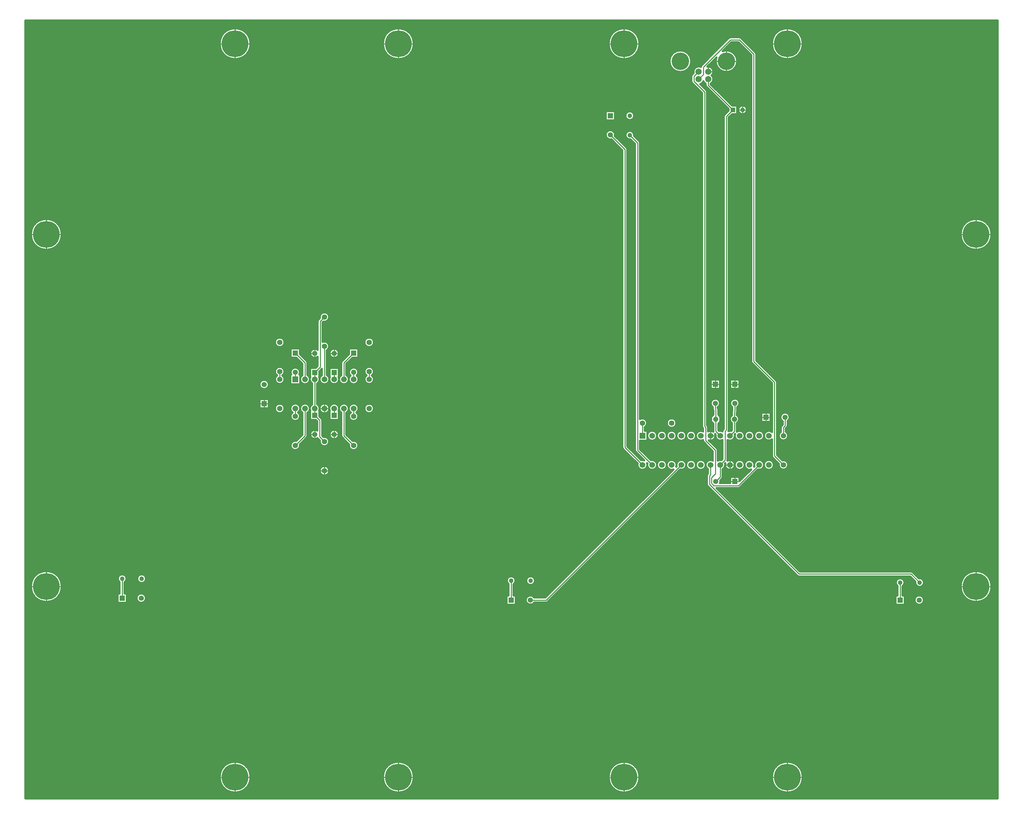
<source format=gbl>
%FSLAX23Y23*%
%MOIN*%
G70*
G01*
G75*
G04 Layer_Physical_Order=2*
%ADD10C,0.020*%
%ADD11R,1.800X1.800*%
%ADD12C,0.010*%
%ADD13C,0.275*%
%ADD14C,0.180*%
%ADD15C,0.065*%
%ADD16R,0.047X0.047*%
%ADD17C,0.047*%
%ADD18R,0.053X0.053*%
%ADD19C,0.053*%
%ADD20C,0.055*%
%ADD21P,0.055X8X0*%
%ADD22C,0.059*%
%ADD23R,0.059X0.059*%
D10*
X377Y2180D02*
G03*
X377Y2180I-157J0D01*
G01*
X1044Y2260D02*
G03*
X975Y2224I-44J0D01*
G01*
X1025D02*
G03*
X1044Y2260I-25J36D01*
G01*
X2318Y220D02*
G03*
X2318Y220I-157J0D01*
G01*
X1243Y2060D02*
G03*
X1243Y2060I-47J0D01*
G01*
X3997Y220D02*
G03*
X3997Y220I-157J0D01*
G01*
X1244Y2260D02*
G03*
X1244Y2260I-44J0D01*
G01*
X2791Y3676D02*
G03*
X2828Y3630I-11J-46D01*
G01*
G03*
X2826Y3641I-48J0D01*
G01*
X3128Y3370D02*
G03*
X3128Y3370I-48J0D01*
G01*
X2898Y3712D02*
G03*
X2905Y3730I-18J18D01*
G01*
X2898Y3712D02*
G03*
X2905Y3730I-18J18D01*
G01*
X3009Y3707D02*
G03*
X3013Y3701I22J12D01*
G01*
X3009Y3707D02*
G03*
X3013Y3701I22J12D01*
G01*
X5044Y2240D02*
G03*
X4975Y2204I-44J0D01*
G01*
X5025D02*
G03*
X5044Y2240I-25J36D01*
G01*
X3334Y3641D02*
G03*
X3428Y3630I46J-11D01*
G01*
X3034Y3681D02*
G03*
X3128Y3670I46J-11D01*
G01*
G03*
X3069Y3716I-48J0D01*
G01*
X3428Y3630D02*
G03*
X3369Y3676I-48J0D01*
G01*
X3255Y3730D02*
G03*
X3262Y3712I25J0D01*
G01*
X3255Y3730D02*
G03*
X3262Y3712I25J0D01*
G01*
X2668Y4010D02*
G03*
X2668Y4010I-48J0D01*
G01*
X2753Y3969D02*
G03*
X2828Y3930I27J-39D01*
G01*
G03*
X2807Y3969I-48J0D01*
G01*
X2830Y4010D02*
G03*
X2753Y3969I-50J0D01*
G01*
X2807D02*
G03*
X2830Y4010I-27J41D01*
G01*
X2930D02*
G03*
X2855Y3967I-50J0D01*
G01*
X2507Y4257D02*
G03*
X2507Y4257I-47J0D01*
G01*
X2594Y4350D02*
G03*
X2668Y4310I26J-40D01*
G01*
X2855Y4353D02*
G03*
X2930Y4310I25J-43D01*
G01*
X3006Y3782D02*
G03*
X3009Y3707I-26J-39D01*
G01*
X3056Y3889D02*
G03*
X3049Y3907I-25J0D01*
G01*
X3056Y3889D02*
G03*
X3049Y3907I-25J0D01*
G01*
X3227Y3743D02*
G03*
X3227Y3743I-47J0D01*
G01*
X3353Y3969D02*
G03*
X3428Y3930I27J-39D01*
G01*
G03*
X3407Y3969I-48J0D01*
G01*
X2905Y3967D02*
G03*
X2930Y4010I-25J43D01*
G01*
X3024Y3987D02*
G03*
X3030Y4010I-44J23D01*
G01*
X2955Y4053D02*
G03*
X2936Y3987I25J-43D01*
G01*
X3030Y4010D02*
G03*
X3005Y4053I-50J0D01*
G01*
X3130Y4010D02*
G03*
X3130Y4010I-50J0D01*
G01*
X3055Y4353D02*
G03*
X3130Y4310I25J-43D01*
G01*
X3305Y3967D02*
G03*
X3330Y4010I-25J43D01*
G01*
X3224Y3987D02*
G03*
X3230Y4010I-44J23D01*
G01*
X3407Y3969D02*
G03*
X3430Y4010I-27J41D01*
G01*
X3230D02*
G03*
X3136Y3987I-50J0D01*
G01*
X3330Y4010D02*
G03*
X3255Y3967I-50J0D01*
G01*
X3136Y4333D02*
G03*
X3230Y4310I44J-23D01*
G01*
X3255Y4353D02*
G03*
X3330Y4310I25J-43D01*
G01*
X3430Y4010D02*
G03*
X3353Y3969I-50J0D01*
G01*
X3588Y4010D02*
G03*
X3588Y4010I-48J0D01*
G01*
X3349Y4349D02*
G03*
X3430Y4310I31J-39D01*
G01*
X3514Y4350D02*
G03*
X3588Y4310I26J-40D01*
G01*
X5236Y2065D02*
G03*
X5236Y2015I-39J-25D01*
G01*
X5360D02*
G03*
X5378Y2022I0J25D01*
G01*
X5360Y2015D02*
G03*
X5378Y2022I0J25D01*
G01*
X6318Y220D02*
G03*
X6318Y220I-157J0D01*
G01*
X5244Y2240D02*
G03*
X5244Y2240I-44J0D01*
G01*
X6302Y3443D02*
G03*
X6400Y3430I48J-13D01*
G01*
X6144Y3611D02*
G03*
X6151Y3593I25J0D01*
G01*
X6144Y3611D02*
G03*
X6151Y3593I25J0D01*
G01*
X6275Y3580D02*
G03*
X6282Y3562I25J0D01*
G01*
X6275Y3580D02*
G03*
X6282Y3562I25J0D01*
G01*
X2668Y4310D02*
G03*
X2646Y4350I-48J0D01*
G01*
G03*
X2668Y4390I-26J40D01*
G01*
G03*
X2594Y4350I-48J0D01*
G01*
X2827Y4383D02*
G03*
X2740Y4360I-47J0D01*
G01*
X2820D02*
G03*
X2827Y4383I-40J24D01*
G01*
X2930Y4310D02*
G03*
X2905Y4353I-50J0D01*
G01*
X2936Y4333D02*
G03*
X2955Y4267I44J-23D01*
G01*
X3005D02*
G03*
X3030Y4310I-25J43D01*
G01*
G03*
X3024Y4333I-50J0D01*
G01*
X2905Y4480D02*
G03*
X2898Y4498I-25J0D01*
G01*
X2905Y4480D02*
G03*
X2898Y4498I-25J0D01*
G01*
X3011Y4612D02*
G03*
X3011Y4542I-31J-35D01*
G01*
X3130Y4310D02*
G03*
X3105Y4353I-50J0D01*
G01*
X3230Y4310D02*
G03*
X3224Y4333I-50J0D01*
G01*
X3330Y4310D02*
G03*
X3305Y4353I-50J0D01*
G01*
X3427Y4383D02*
G03*
X3349Y4349I-47J0D01*
G01*
X3430Y4310D02*
G03*
X3411Y4349I-50J0D01*
G01*
G03*
X3427Y4383I-31J35D01*
G01*
X3588Y4310D02*
G03*
X3566Y4350I-48J0D01*
G01*
G03*
X3588Y4390I-26J40D01*
G01*
G03*
X3514Y4350I-48J0D01*
G01*
X3262Y4498D02*
G03*
X3255Y4480I18J-18D01*
G01*
X3262Y4498D02*
G03*
X3255Y4480I18J-18D01*
G01*
X3227Y4577D02*
G03*
X3227Y4577I-47J0D01*
G01*
X377Y5800D02*
G03*
X377Y5800I-157J0D01*
G01*
X2318Y7760D02*
G03*
X2318Y7760I-157J0D01*
G01*
X3128Y4650D02*
G03*
X3061Y4694I-48J0D01*
G01*
X3105Y4610D02*
G03*
X3128Y4650I-25J40D01*
G01*
X2668Y4690D02*
G03*
X2668Y4690I-48J0D01*
G01*
X3018Y4924D02*
G03*
X3011Y4906I18J-18D01*
G01*
X3018Y4924D02*
G03*
X3011Y4906I18J-18D01*
G01*
X3069Y4904D02*
G03*
X3128Y4950I11J46D01*
G01*
G03*
X3034Y4939I-48J0D01*
G01*
X3588Y4690D02*
G03*
X3588Y4690I-48J0D01*
G01*
X3997Y7760D02*
G03*
X3997Y7760I-157J0D01*
G01*
X6067Y6823D02*
G03*
X6030Y6778I-47J0D01*
G01*
X6065Y6813D02*
G03*
X6067Y6823I-45J10D01*
G01*
X6194Y6674D02*
G03*
X6187Y6692I-25J0D01*
G01*
X6264Y6820D02*
G03*
X6228Y6777I-44J0D01*
G01*
X6264Y7020D02*
G03*
X6264Y7020I-44J0D01*
G01*
X6318Y7760D02*
G03*
X6318Y7760I-157J0D01*
G01*
X6194Y6674D02*
G03*
X6187Y6692I-25J0D01*
G01*
X6263Y6812D02*
G03*
X6264Y6820I-43J8D01*
G01*
X6325Y6740D02*
G03*
X6318Y6758I-25J0D01*
G01*
X6325Y6740D02*
G03*
X6318Y6758I-25J0D01*
G01*
X6400Y3430D02*
G03*
X6396Y3449I-50J0D01*
G01*
X6402Y3443D02*
G03*
X6500Y3430I48J-13D01*
G01*
X6600D02*
G03*
X6600Y3430I-50J0D01*
G01*
X6500D02*
G03*
X6437Y3478I-50J0D01*
G01*
X6700Y3430D02*
G03*
X6669Y3384I-50J0D01*
G01*
X6737Y3382D02*
G03*
X6800Y3430I13J48D01*
G01*
X6900D02*
G03*
X6900Y3430I-50J0D01*
G01*
X6696Y3411D02*
G03*
X6700Y3430I-46J19D01*
G01*
X6800D02*
G03*
X6702Y3417I-50J0D01*
G01*
X6369Y3476D02*
G03*
X6337Y3478I-19J-46D01*
G01*
X6500Y3730D02*
G03*
X6500Y3730I-50J0D01*
G01*
X6600D02*
G03*
X6600Y3730I-50J0D01*
G01*
X6700D02*
G03*
X6700Y3730I-50J0D01*
G01*
X6800D02*
G03*
X6800Y3730I-50J0D01*
G01*
X6900D02*
G03*
X6900Y3730I-50J0D01*
G01*
X7015Y3228D02*
G03*
X7022Y3210I25J0D01*
G01*
X7015Y3228D02*
G03*
X7022Y3210I25J0D01*
G01*
Y3339D02*
G03*
X7015Y3321I18J-18D01*
G01*
X7146Y3242D02*
G03*
X7150Y3260I-43J18D01*
G01*
G03*
X7149Y3270I-47J0D01*
G01*
X7022Y3339D02*
G03*
X7015Y3321I18J-18D01*
G01*
X7168Y3289D02*
G03*
X7175Y3307I-18J18D01*
G01*
X7168Y3289D02*
G03*
X7175Y3307I-18J18D01*
G01*
X7000Y3430D02*
G03*
X7000Y3430I-50J0D01*
G01*
X7075Y3473D02*
G03*
X7025Y3387I-25J-43D01*
G01*
X7163Y3478D02*
G03*
X7125Y3473I-13J-48D01*
G01*
X7175Y3387D02*
G03*
X7200Y3430I-25J43D01*
G01*
G03*
X7198Y3443I-50J0D01*
G01*
X7204Y3449D02*
G03*
X7300Y3430I46J-19D01*
G01*
G03*
X7224Y3472I-50J0D01*
G01*
G03*
X7225Y3480I-24J8D01*
G01*
X7224Y3472D02*
G03*
X7225Y3480I-24J8D01*
G01*
X6975Y3680D02*
G03*
X6982Y3662I25J0D01*
G01*
X6975Y3680D02*
G03*
X6982Y3662I25J0D01*
G01*
X7125Y3580D02*
G03*
X7118Y3598I-25J0D01*
G01*
X7125Y3580D02*
G03*
X7118Y3598I-25J0D01*
G01*
X6975Y3773D02*
G03*
X6975Y3687I-25J-43D01*
G01*
X7031Y3684D02*
G03*
X7100Y3730I19J46D01*
G01*
X7080Y3770D02*
G03*
X7025Y3773I-30J-40D01*
G01*
X7100Y3730D02*
G03*
X7096Y3749I-50J0D01*
G01*
X7079Y3776D02*
G03*
X7080Y3770I25J0D01*
G01*
X7079Y3776D02*
G03*
X7080Y3770I25J0D01*
G01*
X7102Y3743D02*
G03*
X7175Y3687I48J-13D01*
G01*
X7225D02*
G03*
X7300Y3730I25J43D01*
G01*
X7175Y3773D02*
G03*
X7137Y3778I-25J-43D01*
G01*
X7263D02*
G03*
X7234Y3777I-13J-48D01*
G01*
X7300Y3730D02*
G03*
X7298Y3743I-50J0D01*
G01*
X7320Y3770D02*
G03*
X7321Y3776I-24J7D01*
G01*
X7320Y3770D02*
G03*
X7321Y3776I-24J7D01*
G01*
X6375Y3820D02*
G03*
X6398Y3860I-25J40D01*
G01*
G03*
X6325Y3900I-48J0D01*
G01*
X6698Y3860D02*
G03*
X6698Y3860I-48J0D01*
G01*
X6964Y3827D02*
G03*
X6971Y3809I25J0D01*
G01*
X6964Y3827D02*
G03*
X6971Y3809I25J0D01*
G01*
X7025Y3816D02*
G03*
X7018Y3834I-25J0D01*
G01*
X7025Y3816D02*
G03*
X7018Y3834I-25J0D01*
G01*
X7147Y4063D02*
G03*
X7075Y4024I-47J0D01*
G01*
X7182Y3796D02*
G03*
X7175Y3778I18J-18D01*
G01*
X7182Y3796D02*
G03*
X7175Y3778I18J-18D01*
G01*
X7234Y3777D02*
G03*
X7238Y3791I-21J14D01*
G01*
X7234Y3777D02*
G03*
X7238Y3791I-21J14D01*
G01*
X7271Y3940D02*
G03*
X7271Y3860I25J-40D01*
G01*
X7321Y3969D02*
G03*
X7325Y3983I-21J13D01*
G01*
X7321Y3969D02*
G03*
X7325Y3983I-21J13D01*
G01*
X7075Y4006D02*
G03*
X7079Y3992I25J0D01*
G01*
X7075Y4006D02*
G03*
X7079Y3992I25J0D01*
G01*
X7129Y4002D02*
G03*
X7125Y4015I-25J0D01*
G01*
X7129Y4002D02*
G03*
X7125Y4015I-25J0D01*
G01*
Y4024D02*
G03*
X7147Y4063I-25J39D01*
G01*
X7275Y3992D02*
G03*
X7271Y3979I21J-13D01*
G01*
X7275Y3992D02*
G03*
X7271Y3979I21J-13D01*
G01*
X7997Y220D02*
G03*
X7997Y220I-157J0D01*
G01*
X7337Y3192D02*
G03*
X7355Y3199I0J25D01*
G01*
X7337Y3192D02*
G03*
X7355Y3199I0J25D01*
G01*
X7496Y3411D02*
G03*
X7500Y3430I-46J19D01*
G01*
X7537Y3382D02*
G03*
X7600Y3430I13J48D01*
G01*
X7754Y3441D02*
G03*
X7848Y3430I46J-11D01*
G01*
X9243Y2040D02*
G03*
X9243Y2040I-47J0D01*
G01*
X9938Y2180D02*
G03*
X9938Y2180I-157J0D01*
G01*
X9025Y2184D02*
G03*
X9044Y2220I-25J36D01*
G01*
X9157Y2228D02*
G03*
X9244Y2220I43J-8D01*
G01*
X7942Y2290D02*
G03*
X7960Y2283I18J18D01*
G01*
X9044Y2220D02*
G03*
X8975Y2184I-44J0D01*
G01*
X7942Y2290D02*
G03*
X7960Y2283I18J18D01*
G01*
X9244Y2220D02*
G03*
X9192Y2263I-44J0D01*
G01*
X9130Y2326D02*
G03*
X9112Y2333I-18J-18D01*
G01*
X9130Y2326D02*
G03*
X9112Y2333I-18J-18D01*
G01*
X7400Y3430D02*
G03*
X7400Y3430I-50J0D01*
G01*
X7500D02*
G03*
X7469Y3384I-50J0D01*
G01*
X7600Y3430D02*
G03*
X7502Y3417I-50J0D01*
G01*
X7304Y3749D02*
G03*
X7400Y3730I46J-19D01*
G01*
G03*
X7320Y3770I-50J0D01*
G01*
X7500Y3730D02*
G03*
X7500Y3730I-50J0D01*
G01*
X7321Y3860D02*
G03*
X7344Y3900I-25J40D01*
G01*
X7600Y3730D02*
G03*
X7600Y3730I-50J0D01*
G01*
X7700Y3430D02*
G03*
X7700Y3430I-50J0D01*
G01*
X7683Y3767D02*
G03*
X7683Y3693I-33J-37D01*
G01*
X7344Y3900D02*
G03*
X7321Y3940I-48J0D01*
G01*
X7325Y4024D02*
G03*
X7347Y4063I-25J39D01*
G01*
G03*
X7275Y4024I-47J0D01*
G01*
X7683Y3522D02*
G03*
X7690Y3504I25J0D01*
G01*
X7683Y3522D02*
G03*
X7690Y3504I25J0D01*
G01*
X7782Y3834D02*
G03*
X7775Y3816I18J-18D01*
G01*
X7782Y3834D02*
G03*
X7775Y3816I18J-18D01*
G01*
X7835Y3815D02*
G03*
X7842Y3833I-18J18D01*
G01*
X7848Y3430D02*
G03*
X7789Y3476I-48J0D01*
G01*
X7775Y3770D02*
G03*
X7848Y3730I25J-40D01*
G01*
G03*
X7825Y3770I-48J0D01*
G01*
X7835Y3815D02*
G03*
X7842Y3833I-18J18D01*
G01*
X7733Y4279D02*
G03*
X7726Y4297I-25J0D01*
G01*
X7733Y4279D02*
G03*
X7726Y4297I-25J0D01*
G01*
X7863Y3920D02*
G03*
X7792Y3881I-47J0D01*
G01*
X7842D02*
G03*
X7863Y3920I-25J39D01*
G01*
X6854Y7374D02*
G03*
X6861Y7356I25J0D01*
G01*
X6854Y7374D02*
G03*
X6861Y7356I25J0D01*
G01*
Y7442D02*
G03*
X6854Y7425I18J-18D01*
G01*
X6861Y7442D02*
G03*
X6854Y7425I18J-18D01*
G01*
X6944Y7345D02*
G03*
X6977Y7376I-16J50D01*
G01*
X6850Y7580D02*
G03*
X6850Y7580I-110J0D01*
G01*
X6952Y7520D02*
G03*
X6877Y7458I-24J-47D01*
G01*
X6959Y7539D02*
G03*
X6952Y7521I18J-18D01*
G01*
X6959Y7539D02*
G03*
X6952Y7521I18J-18D01*
G01*
X7014Y7264D02*
G03*
X7007Y7282I-25J0D01*
G01*
X7014Y7264D02*
G03*
X7007Y7282I-25J0D01*
G01*
X7001Y7334D02*
G03*
X7009Y7316I25J0D01*
G01*
X7001Y7334D02*
G03*
X7009Y7316I25J0D01*
G01*
X6977Y7376D02*
G03*
X7001Y7348I49J18D01*
G01*
X7195Y7031D02*
G03*
X7188Y7013I18J-18D01*
G01*
X7195Y7031D02*
G03*
X7188Y7013I18J-18D01*
G01*
X7424Y7080D02*
G03*
X7424Y7080I-44J0D01*
G01*
X7051Y7348D02*
G03*
X7079Y7395I-25J46D01*
G01*
G03*
X7061Y7434I-52J0D01*
G01*
X7079Y7473D02*
G03*
X7016Y7525I-52J0D01*
G01*
X7061Y7434D02*
G03*
X7079Y7473I-35J39D01*
G01*
X7112Y7620D02*
G03*
X7324Y7580I102J-40D01*
G01*
G03*
X7174Y7682I-110J0D01*
G01*
X7256Y7825D02*
G03*
X7238Y7818I0J-25D01*
G01*
X7256Y7825D02*
G03*
X7238Y7818I0J-25D01*
G01*
X7364D02*
G03*
X7346Y7825I-18J-18D01*
G01*
X7364Y7818D02*
G03*
X7346Y7825I-18J-18D01*
G01*
X7469Y4493D02*
G03*
X7476Y4475I25J0D01*
G01*
X7469Y4493D02*
G03*
X7476Y4475I25J0D01*
G01*
X9938Y5800D02*
G03*
X9938Y5800I-157J0D01*
G01*
X7519Y7652D02*
G03*
X7512Y7670I-25J0D01*
G01*
X7519Y7652D02*
G03*
X7512Y7670I-25J0D01*
G01*
X7997Y7760D02*
G03*
X7997Y7760I-157J0D01*
G01*
X4Y2034D02*
X161D01*
X4Y2016D02*
X953D01*
X4Y2088D02*
X92D01*
X4Y2052D02*
X128D01*
X4Y2070D02*
X107D01*
X279Y2034D02*
X953D01*
Y2013D02*
X1047D01*
X312Y2052D02*
X953D01*
X333Y2070D02*
X953D01*
X1047Y2052D02*
X1151D01*
X348Y2088D02*
X953D01*
X4Y2106D02*
X81D01*
X4Y2124D02*
X73D01*
X359Y2106D02*
X953D01*
X367Y2124D02*
X975D01*
X953Y2013D02*
Y2107D01*
X975D01*
X1047Y2013D02*
Y2107D01*
X975D02*
Y2224D01*
X1025Y2107D02*
X1047D01*
X1025D02*
Y2224D01*
X4Y90D02*
X2071D01*
X4Y72D02*
X2106D01*
X4Y144D02*
X2022D01*
X4Y108D02*
X2049D01*
X4Y126D02*
X2034D01*
X4Y198D02*
X2004D01*
X4Y162D02*
X2014D01*
X4Y180D02*
X2008D01*
X4Y216D02*
X2003D01*
X4Y234D02*
X2003D01*
X4Y252D02*
X2006D01*
X4Y270D02*
X2011D01*
X4Y288D02*
X2018D01*
X4Y306D02*
X2028D01*
X4Y324D02*
X2042D01*
X4Y342D02*
X2060D01*
X4Y360D02*
X2088D01*
X1047Y2034D02*
X1158D01*
X4Y1998D02*
X4953D01*
X1047Y2016D02*
X1182D01*
X1047Y2070D02*
X1151D01*
X1047Y2088D02*
X1160D01*
X1025Y2124D02*
X4975D01*
X4Y2160D02*
X64D01*
X4Y2142D02*
X67D01*
X4Y2178D02*
X63D01*
X4Y2196D02*
X63D01*
X4Y2214D02*
X66D01*
X373Y2142D02*
X975D01*
X376Y2160D02*
X975D01*
X377Y2178D02*
X975D01*
X377Y2196D02*
X975D01*
X4Y2232D02*
X71D01*
X4Y2250D02*
X79D01*
X4Y2268D02*
X89D01*
X4Y2286D02*
X104D01*
X4Y2304D02*
X123D01*
X4Y2322D02*
X152D01*
X374Y2214D02*
X975D01*
X369Y2232D02*
X967D01*
X361Y2250D02*
X958D01*
X351Y2268D02*
X957D01*
X336Y2286D02*
X965D01*
X1025Y2142D02*
X4975D01*
X1025Y2160D02*
X4975D01*
X1025Y2178D02*
X4975D01*
X1025Y2196D02*
X4975D01*
X4Y3330D02*
X3054D01*
X1025Y2214D02*
X4965D01*
X1033Y2232D02*
X1167D01*
X1042Y2250D02*
X1158D01*
X1043Y2268D02*
X1157D01*
X1035Y2286D02*
X1165D01*
X4Y3366D02*
X3033D01*
X4Y3348D02*
X3038D01*
X4Y3384D02*
X3035D01*
X4Y3618D02*
X2734D01*
X4Y3402D02*
X3045D01*
X4Y3600D02*
X2743D01*
X4Y3636D02*
X2733D01*
X4Y3654D02*
X2739D01*
X4Y3672D02*
X2758D01*
X4Y3690D02*
X2805D01*
X4Y3708D02*
X2823D01*
X4Y3726D02*
X2841D01*
X2249Y90D02*
X3751D01*
X2271Y108D02*
X3729D01*
X2306Y162D02*
X3694D01*
X2286Y126D02*
X3714D01*
X2298Y144D02*
X3702D01*
X2317Y216D02*
X3683D01*
X2312Y180D02*
X3688D01*
X2316Y198D02*
X3684D01*
X2260Y342D02*
X3740D01*
X1047Y2106D02*
X1190D01*
X2232Y360D02*
X3768D01*
X2317Y234D02*
X3683D01*
X2314Y252D02*
X3686D01*
X2309Y270D02*
X3691D01*
X2302Y288D02*
X3698D01*
X2292Y306D02*
X3708D01*
X2278Y324D02*
X3722D01*
X2214Y72D02*
X3786D01*
X1212Y2016D02*
X4953D01*
X1235Y2034D02*
X4953D01*
Y1993D02*
X5047D01*
Y2016D02*
X5157D01*
X5047Y2034D02*
X5151D01*
X4953Y1993D02*
Y2087D01*
X1243Y2052D02*
X4953D01*
X1242Y2070D02*
X4953D01*
Y2087D02*
X4975D01*
X1234Y2088D02*
X4975D01*
X1204Y2106D02*
X4975D01*
X5047Y1993D02*
Y2087D01*
Y2052D02*
X5152D01*
X5047Y2070D02*
X5161D01*
X4975Y2087D02*
Y2204D01*
X5025Y2087D02*
X5047D01*
X5025D02*
Y2204D01*
X2827Y3636D02*
X3047D01*
X2839Y3654D02*
X3035D01*
X2857Y3672D02*
X3032D01*
X2826Y3641D02*
X2898Y3712D01*
X2875Y3690D02*
X3025D01*
X2893Y3708D02*
X2949D01*
X2905Y3726D02*
X2937D01*
X3013Y3701D02*
X3034Y3681D01*
X3056Y3729D02*
X3069Y3716D01*
X1233Y2232D02*
X4957D01*
X1242Y2250D02*
X4958D01*
X1243Y2268D02*
X4967D01*
X2826Y3618D02*
X3334D01*
X2817Y3600D02*
X3343D01*
X3113Y3636D02*
X3333D01*
X5043Y2232D02*
X5157D01*
X3125Y3654D02*
X3321D01*
X5042Y2250D02*
X5158D01*
X3128Y3672D02*
X3303D01*
X3059Y3726D02*
X3137D01*
X3123Y3690D02*
X3285D01*
X3109Y3708D02*
X3149D01*
X3211D02*
X3267D01*
X3262Y3712D02*
X3334Y3641D01*
X3223Y3726D02*
X3255D01*
X4Y3744D02*
X2855D01*
X4Y3762D02*
X2855D01*
X4Y3780D02*
X2855D01*
X4Y3798D02*
X2855D01*
X4Y3816D02*
X2855D01*
X4Y3906D02*
X2739D01*
X2791Y3676D02*
X2855Y3740D01*
X4Y3888D02*
X2758D01*
X4Y3924D02*
X2733D01*
X4Y3942D02*
X2734D01*
X4Y3960D02*
X2743D01*
X4Y0D02*
Y8000D01*
Y3978D02*
X2585D01*
X4Y3996D02*
X2575D01*
X2655Y3978D02*
X2742D01*
X2665Y3996D02*
X2732D01*
X2855Y3740D02*
Y3967D01*
X2818Y3978D02*
X2842D01*
X2905Y3744D02*
X2933D01*
X2905Y3762D02*
X2937D01*
X4Y3834D02*
X2855D01*
X4Y3852D02*
X2855D01*
X4Y3870D02*
X2855D01*
X2905Y3780D02*
X2952D01*
X2905Y3798D02*
X3006D01*
X2905Y3816D02*
X3006D01*
X2905Y3834D02*
X3006D01*
X2905Y3852D02*
X3006D01*
X2905Y3870D02*
X3006D01*
X2802Y3888D02*
X2855D01*
X2821Y3906D02*
X2855D01*
X2827Y3924D02*
X2855D01*
X2826Y3942D02*
X2855D01*
X2817Y3960D02*
X2855D01*
X2905Y3730D02*
Y3967D01*
Y3888D02*
X2997D01*
X2905Y3906D02*
X2933D01*
X2905Y3924D02*
X2933D01*
X2905Y3942D02*
X2933D01*
X2905Y3960D02*
X2933D01*
X4Y4014D02*
X2413D01*
Y4013D02*
X2507D01*
X4Y4032D02*
X2413D01*
X4Y4050D02*
X2413D01*
X4Y4068D02*
X2413D01*
X2507Y4014D02*
X2573D01*
X2507Y4032D02*
X2578D01*
X2507Y4050D02*
X2594D01*
X4Y4086D02*
X2413D01*
X4Y4104D02*
X2413D01*
X4Y4212D02*
X2447D01*
X4Y4248D02*
X2414D01*
X4Y4230D02*
X2422D01*
X4Y4266D02*
X2414D01*
X2413Y4013D02*
Y4107D01*
X2507Y4013D02*
Y4107D01*
X2413D02*
X2507D01*
X2506Y4266D02*
X2602D01*
X2507Y4068D02*
X2955D01*
X2507Y4086D02*
X2955D01*
X4Y4122D02*
X2955D01*
X4Y4140D02*
X2955D01*
X4Y4158D02*
X2955D01*
X4Y4176D02*
X2955D01*
X2667Y4014D02*
X2731D01*
X2662Y4032D02*
X2736D01*
X2824D02*
X2836D01*
X2646Y4050D02*
X2751D01*
X2809D02*
X2851D01*
X2507Y4104D02*
X2955D01*
X4Y4194D02*
X2955D01*
X2473Y4212D02*
X2955D01*
X2498Y4230D02*
X2955D01*
X2506Y4248D02*
X2955D01*
X2638Y4266D02*
X2730D01*
Y4260D02*
Y4360D01*
Y4260D02*
X2830D01*
Y4360D01*
Y4266D02*
X2857D01*
X2903D02*
X2955D01*
X3056Y3744D02*
X3133D01*
X3056Y3762D02*
X3137D01*
X3006Y3782D02*
Y3879D01*
X3056Y3729D02*
Y3889D01*
Y3780D02*
X3152D01*
X2933Y3893D02*
Y3987D01*
Y3893D02*
X2991D01*
X3006Y3879D01*
X3027Y3929D02*
X3049Y3907D01*
X3027Y3942D02*
X3133D01*
X3027Y3960D02*
X3133D01*
Y3893D02*
Y3987D01*
X3027Y3929D02*
Y3987D01*
X3049Y3906D02*
X3133D01*
X3031Y3924D02*
X3133D01*
X3056Y3798D02*
X3255D01*
X3056Y3816D02*
X3255D01*
X3056Y3834D02*
X3255D01*
X3056Y3852D02*
X3255D01*
X3056Y3870D02*
X3255D01*
X3056Y3888D02*
X3255D01*
X3305Y3740D02*
X3369Y3676D01*
X3227Y3744D02*
X3255D01*
X3223Y3762D02*
X3255D01*
X3208Y3780D02*
X3255D01*
X3305Y3888D02*
X3358D01*
X3133Y3893D02*
X3227D01*
X3255Y3730D02*
Y3967D01*
X3227Y3893D02*
Y3987D01*
Y3906D02*
X3255D01*
X3227Y3924D02*
X3255D01*
X3227Y3942D02*
X3255D01*
X3305Y3740D02*
Y3967D01*
Y3906D02*
X3339D01*
X3305Y3924D02*
X3333D01*
X3305Y3942D02*
X3334D01*
X2918Y3978D02*
X2933D01*
X2924Y4032D02*
X2936D01*
X3024D02*
X3036D01*
X3027Y3978D02*
X3042D01*
X3118D02*
X3133D01*
X3124Y4032D02*
X3136D01*
X2909Y4050D02*
X2951D01*
X2955Y4053D02*
Y4267D01*
X3005Y4266D02*
X3057D01*
X3005Y4053D02*
Y4267D01*
X3009Y4050D02*
X3051D01*
X3109D02*
X3151D01*
X3103Y4266D02*
X3157D01*
X3227Y3960D02*
X3255D01*
X3305D02*
X3343D01*
X3227Y3978D02*
X3242D01*
X3224Y4032D02*
X3236D01*
X3318Y3978D02*
X3342D01*
X3418D02*
X3505D01*
X3324Y4032D02*
X3336D01*
X3428Y3996D02*
X3495D01*
X3429Y4014D02*
X3493D01*
X3209Y4050D02*
X3251D01*
X3309D02*
X3351D01*
X3424Y4032D02*
X3498D01*
X3409Y4050D02*
X3514D01*
X4Y0D02*
X10004D01*
X4Y18D02*
X10004D01*
X4Y36D02*
X10004D01*
X4Y54D02*
X10004D01*
X4Y378D02*
X10004D01*
X4Y396D02*
X10004D01*
X4Y414D02*
X10004D01*
X4Y432D02*
X10004D01*
X4Y450D02*
X10004D01*
X4Y468D02*
X10004D01*
X4Y486D02*
X10004D01*
X4Y504D02*
X10004D01*
X4Y522D02*
X10004D01*
X4Y540D02*
X10004D01*
X4Y558D02*
X10004D01*
X4Y576D02*
X10004D01*
X4Y594D02*
X10004D01*
X4Y612D02*
X10004D01*
X4Y630D02*
X10004D01*
X4Y648D02*
X10004D01*
X4Y666D02*
X10004D01*
X4Y684D02*
X10004D01*
X4Y702D02*
X10004D01*
X4Y720D02*
X10004D01*
X4Y738D02*
X10004D01*
X4Y756D02*
X10004D01*
X4Y774D02*
X10004D01*
X4Y792D02*
X10004D01*
X4Y810D02*
X10004D01*
X4Y828D02*
X10004D01*
X4Y846D02*
X10004D01*
X4Y864D02*
X10004D01*
X4Y882D02*
X10004D01*
X4Y900D02*
X10004D01*
X4Y918D02*
X10004D01*
X4Y936D02*
X10004D01*
X4Y954D02*
X10004D01*
X4Y972D02*
X10004D01*
X4Y990D02*
X10004D01*
X4Y1008D02*
X10004D01*
X4Y1026D02*
X10004D01*
X4Y1044D02*
X10004D01*
X4Y1062D02*
X10004D01*
X4Y1080D02*
X10004D01*
X4Y1098D02*
X10004D01*
X4Y1116D02*
X10004D01*
X4Y1134D02*
X10004D01*
X4Y1152D02*
X10004D01*
X4Y1170D02*
X10004D01*
X4Y1188D02*
X10004D01*
X4Y1206D02*
X10004D01*
X4Y1224D02*
X10004D01*
X4Y1242D02*
X10004D01*
X4Y1260D02*
X10004D01*
X4Y1278D02*
X10004D01*
X4Y1296D02*
X10004D01*
X4Y1314D02*
X10004D01*
X4Y1332D02*
X10004D01*
X4Y1350D02*
X10004D01*
X4Y1368D02*
X10004D01*
X4Y1386D02*
X10004D01*
X4Y1404D02*
X10004D01*
X4Y1422D02*
X10004D01*
X4Y1440D02*
X10004D01*
X4Y1458D02*
X10004D01*
X4Y1476D02*
X10004D01*
X4Y1494D02*
X10004D01*
X4Y1512D02*
X10004D01*
X4Y1530D02*
X10004D01*
X4Y1548D02*
X10004D01*
X4Y1566D02*
X10004D01*
X4Y1584D02*
X10004D01*
X4Y1602D02*
X10004D01*
X4Y1620D02*
X10004D01*
X4Y1638D02*
X10004D01*
X4Y1656D02*
X10004D01*
X4Y1674D02*
X10004D01*
X4Y1692D02*
X10004D01*
X4Y1710D02*
X10004D01*
X4Y1728D02*
X10004D01*
X4Y1746D02*
X10004D01*
X4Y1764D02*
X10004D01*
X4Y1782D02*
X10004D01*
X4Y1800D02*
X10004D01*
X4Y1818D02*
X10004D01*
X4Y1836D02*
X10004D01*
X4Y1854D02*
X10004D01*
X4Y1872D02*
X10004D01*
X4Y1890D02*
X10004D01*
X4Y1908D02*
X10004D01*
X4Y1926D02*
X10004D01*
X4Y1944D02*
X10004D01*
X4Y1962D02*
X10004D01*
X3929Y90D02*
X6071D01*
X3894Y72D02*
X6106D01*
X3978Y144D02*
X6022D01*
X3951Y108D02*
X6049D01*
X3966Y126D02*
X6034D01*
X3992Y180D02*
X6008D01*
X3986Y162D02*
X6014D01*
X3997Y216D02*
X6003D01*
X3996Y198D02*
X6004D01*
X3997Y234D02*
X6003D01*
X3989Y270D02*
X6011D01*
X3982Y288D02*
X6018D01*
X3972Y306D02*
X6028D01*
X3958Y324D02*
X6042D01*
X3940Y342D02*
X6060D01*
X3912Y360D02*
X6088D01*
X5047Y1998D02*
X5177D01*
X3994Y252D02*
X6006D01*
X5236Y2015D02*
X5360D01*
X6271Y108D02*
X7729D01*
X6214Y72D02*
X7786D01*
X6249Y90D02*
X7751D01*
X6286Y126D02*
X7714D01*
X6312Y180D02*
X7688D01*
X6298Y144D02*
X7702D01*
X6306Y162D02*
X7694D01*
X6317Y216D02*
X7683D01*
X6316Y198D02*
X7684D01*
X6317Y234D02*
X7683D01*
X6232Y360D02*
X7768D01*
X5217Y1998D02*
X8953D01*
X4Y1980D02*
X10004D01*
X5367Y2016D02*
X8953D01*
X6314Y252D02*
X7686D01*
X6309Y270D02*
X7691D01*
X6302Y288D02*
X7698D01*
X6292Y306D02*
X7708D01*
X6278Y324D02*
X7722D01*
X6260Y342D02*
X7740D01*
X5025Y2088D02*
X5373D01*
X5025Y2106D02*
X5391D01*
X5025Y2124D02*
X5409D01*
X5025Y2142D02*
X5427D01*
X5025Y2160D02*
X5445D01*
X5236Y2065D02*
X5350D01*
X5232Y2070D02*
X5355D01*
X5025Y2178D02*
X5463D01*
X5035Y2214D02*
X5165D01*
X5025Y2196D02*
X5481D01*
X5235Y2214D02*
X5499D01*
X317Y2304D02*
X5589D01*
X288Y2322D02*
X5607D01*
X4Y2340D02*
X5625D01*
X4Y2358D02*
X5643D01*
X4Y2376D02*
X5661D01*
X4Y2394D02*
X5679D01*
X5243Y2232D02*
X5517D01*
X5242Y2250D02*
X5535D01*
X5033Y2268D02*
X5167D01*
X5233D02*
X5553D01*
X1235Y2286D02*
X5571D01*
X5389Y2034D02*
X8953D01*
X5407Y2052D02*
X8953D01*
X5425Y2070D02*
X8953D01*
X5443Y2088D02*
X8975D01*
X5461Y2106D02*
X8975D01*
X5479Y2124D02*
X8975D01*
X5497Y2142D02*
X8975D01*
X5515Y2160D02*
X8975D01*
X5533Y2178D02*
X8975D01*
X5569Y2214D02*
X8957D01*
X5551Y2196D02*
X8964D01*
X5587Y2232D02*
X8958D01*
X5641Y2286D02*
X7948D01*
X5605Y2250D02*
X8968D01*
X5623Y2268D02*
X9117D01*
X4Y2412D02*
X5697D01*
X5659Y2304D02*
X7929D01*
X4Y2430D02*
X5715D01*
X5713Y2358D02*
X7875D01*
X5677Y2322D02*
X7911D01*
X5695Y2340D02*
X7893D01*
X5767Y2412D02*
X7821D01*
X5731Y2376D02*
X7857D01*
X5749Y2394D02*
X7839D01*
X4Y2448D02*
X5733D01*
X4Y2466D02*
X5751D01*
X4Y2484D02*
X5769D01*
X4Y2502D02*
X5787D01*
X4Y2520D02*
X5805D01*
X4Y2538D02*
X5823D01*
X4Y2556D02*
X5841D01*
X4Y2574D02*
X5859D01*
X4Y2592D02*
X5877D01*
X4Y2610D02*
X5895D01*
X4Y2628D02*
X5913D01*
X4Y2646D02*
X5931D01*
X4Y2664D02*
X5949D01*
X4Y2682D02*
X5967D01*
X4Y2700D02*
X5985D01*
X4Y2718D02*
X6003D01*
X4Y2736D02*
X6021D01*
X4Y2754D02*
X6039D01*
X4Y2772D02*
X6057D01*
X4Y2790D02*
X6075D01*
X4Y2808D02*
X6093D01*
X4Y2826D02*
X6111D01*
X4Y2844D02*
X6129D01*
X4Y2862D02*
X6147D01*
X4Y2880D02*
X6165D01*
X4Y2898D02*
X6183D01*
X4Y2916D02*
X6201D01*
X4Y2934D02*
X6219D01*
X4Y2952D02*
X6237D01*
X4Y2970D02*
X6255D01*
X4Y2988D02*
X6273D01*
X4Y3006D02*
X6291D01*
X4Y3024D02*
X6309D01*
X4Y3042D02*
X6327D01*
X4Y3060D02*
X6345D01*
X4Y3078D02*
X6363D01*
X4Y3096D02*
X6381D01*
X4Y3114D02*
X6399D01*
X4Y3132D02*
X6417D01*
X4Y3150D02*
X6435D01*
X4Y3168D02*
X6453D01*
X4Y3186D02*
X6471D01*
X4Y3204D02*
X6489D01*
X4Y3222D02*
X6507D01*
X4Y3240D02*
X6525D01*
X4Y3258D02*
X6543D01*
X3319Y3726D02*
X6144D01*
X3305Y3744D02*
X6144D01*
X3305Y3762D02*
X6144D01*
X3305Y3780D02*
X6144D01*
X3305Y3798D02*
X6144D01*
X3417Y3600D02*
X6147D01*
X3426Y3618D02*
X6144D01*
X3421Y3654D02*
X6144D01*
X3402Y3672D02*
X6144D01*
X3355Y3690D02*
X6144D01*
X3337Y3708D02*
X6144D01*
X3305Y3816D02*
X6144D01*
X3005Y4068D02*
X6144D01*
X3005Y4086D02*
X6144D01*
X3005Y4104D02*
X6144D01*
X3005Y4122D02*
X6144D01*
X3005Y4140D02*
X6144D01*
X3305Y3834D02*
X6144D01*
X3305Y3852D02*
X6144D01*
X3305Y3870D02*
X6144D01*
X3402Y3888D02*
X6144D01*
X3421Y3906D02*
X6144D01*
X3417Y3960D02*
X6144D01*
X4Y3276D02*
X6561D01*
X4Y3294D02*
X6579D01*
X4Y3312D02*
X6597D01*
X4Y3456D02*
X6289D01*
X4Y3420D02*
X6301D01*
X4Y3438D02*
X6301D01*
X3106Y3330D02*
X6615D01*
X3122Y3348D02*
X6633D01*
X3127Y3366D02*
X6651D01*
X4Y3474D02*
X6271D01*
X3125Y3384D02*
X6332D01*
X3115Y3402D02*
X6309D01*
X4Y3528D02*
X6217D01*
X4Y3492D02*
X6253D01*
X4Y3510D02*
X6235D01*
X4Y3582D02*
X6163D01*
X4Y3546D02*
X6199D01*
X4Y3564D02*
X6181D01*
X3005Y4158D02*
X6144D01*
X3005Y4176D02*
X6144D01*
X3005Y4194D02*
X6144D01*
X3005Y4212D02*
X6144D01*
X3005Y4230D02*
X6144D01*
X3005Y4248D02*
X6144D01*
X5350Y2065D02*
X6669Y3384D01*
X5378Y2022D02*
X6737Y3382D01*
X6253Y2898D02*
X7335D01*
X6217Y2862D02*
X7371D01*
X6235Y2880D02*
X7353D01*
X6307Y2952D02*
X7281D01*
X6271Y2916D02*
X7317D01*
X6289Y2934D02*
X7299D01*
X6305Y3510D02*
X6335D01*
X6323Y3492D02*
X6353D01*
X6251Y3564D02*
X6281D01*
X6151Y3593D02*
X6302Y3443D01*
X6194Y3621D02*
X6337Y3478D01*
X6233Y3582D02*
X6275D01*
X6269Y3546D02*
X6299D01*
X6287Y3528D02*
X6317D01*
X6282Y3562D02*
X6369Y3476D01*
X6275Y3580D02*
Y6730D01*
X5821Y2466D02*
X7767D01*
X5785Y2430D02*
X7803D01*
X5803Y2448D02*
X7785D01*
X5875Y2520D02*
X7713D01*
X5839Y2484D02*
X7749D01*
X5857Y2502D02*
X7731D01*
X5929Y2574D02*
X7659D01*
X5893Y2538D02*
X7695D01*
X5911Y2556D02*
X7677D01*
X5983Y2628D02*
X7605D01*
X5947Y2592D02*
X7641D01*
X5965Y2610D02*
X7623D01*
X6037Y2682D02*
X7551D01*
X6001Y2646D02*
X7587D01*
X6019Y2664D02*
X7569D01*
X6091Y2736D02*
X7497D01*
X6055Y2700D02*
X7533D01*
X6073Y2718D02*
X7515D01*
X6145Y2790D02*
X7443D01*
X6109Y2754D02*
X7479D01*
X6127Y2772D02*
X7461D01*
X6199Y2844D02*
X7389D01*
X6163Y2808D02*
X7425D01*
X6181Y2826D02*
X7407D01*
X3427Y3636D02*
X6144D01*
X6194D02*
X6275D01*
X6194Y3654D02*
X6275D01*
X6194Y3672D02*
X6275D01*
X6194Y3690D02*
X6275D01*
X6215Y3600D02*
X6275D01*
X6197Y3618D02*
X6275D01*
X6194Y3708D02*
X6275D01*
X6194Y3726D02*
X6275D01*
X6194Y3744D02*
X6275D01*
X6194Y3762D02*
X6275D01*
X3427Y3924D02*
X6144D01*
X3426Y3942D02*
X6144D01*
X3575Y3978D02*
X6144D01*
X3585Y3996D02*
X6144D01*
X3582Y4032D02*
X6144D01*
X3566Y4050D02*
X6144D01*
Y3611D02*
Y6664D01*
X6194Y3780D02*
X6275D01*
X6194Y3621D02*
Y6674D01*
X3587Y4014D02*
X6144D01*
X6194Y3798D02*
X6275D01*
X6194Y3816D02*
X6275D01*
X6194Y3834D02*
X6275D01*
X6194Y3852D02*
X6275D01*
X6194Y3870D02*
X6275D01*
X6194Y3888D02*
X6275D01*
X6194Y3906D02*
X6275D01*
X6194Y3924D02*
X6275D01*
X6194Y3942D02*
X6275D01*
X6194Y3960D02*
X6275D01*
X6194Y3978D02*
X6275D01*
X6194Y3996D02*
X6275D01*
X6194Y4014D02*
X6275D01*
X6194Y4032D02*
X6275D01*
X6194Y4050D02*
X6275D01*
X6194Y4068D02*
X6275D01*
X6194Y4086D02*
X6275D01*
X6194Y4104D02*
X6275D01*
X6194Y4122D02*
X6275D01*
X6194Y4140D02*
X6275D01*
X6194Y4158D02*
X6275D01*
X6194Y4176D02*
X6275D01*
X6194Y4194D02*
X6275D01*
X6194Y4212D02*
X6275D01*
X6194Y4230D02*
X6275D01*
X6194Y4248D02*
X6275D01*
X4Y4284D02*
X2422D01*
X4Y4302D02*
X2449D01*
X2471D02*
X2573D01*
X4Y4320D02*
X2574D01*
X4Y4338D02*
X2582D01*
X2498Y4284D02*
X2580D01*
X2660D02*
X2730D01*
X2667Y4302D02*
X2730D01*
X2666Y4320D02*
X2730D01*
X2658Y4338D02*
X2730D01*
X4Y4356D02*
X2587D01*
X4Y4374D02*
X2575D01*
X2653Y4356D02*
X2730D01*
X4Y4392D02*
X2572D01*
X2730Y4360D02*
X2740D01*
X2820D02*
X2830D01*
X2665Y4374D02*
X2734D01*
X2668Y4392D02*
X2734D01*
X2830Y4284D02*
X2838D01*
X2922D02*
X2938D01*
X2830Y4338D02*
X2839D01*
X2830Y4356D02*
X2855D01*
X3022Y4284D02*
X3038D01*
X2921Y4338D02*
X2933D01*
X3027D02*
X3039D01*
X2855Y4353D02*
Y4470D01*
X2905Y4356D02*
X2933D01*
X2826Y4374D02*
X2855D01*
X2826Y4392D02*
X2855D01*
X2905Y4374D02*
X2933D01*
X2905Y4392D02*
X2933D01*
X2905Y4353D02*
Y4480D01*
X3027Y4333D02*
Y4391D01*
X2933Y4333D02*
Y4427D01*
X3027Y4356D02*
X3055D01*
X3027Y4374D02*
X3055D01*
X3027Y4392D02*
X3055D01*
X4Y4410D02*
X2577D01*
X4Y4428D02*
X2591D01*
X4Y4482D02*
X2843D01*
X4Y4446D02*
X2855D01*
X4Y4464D02*
X2855D01*
X2663Y4410D02*
X2742D01*
X2818D02*
X2855D01*
X2649Y4428D02*
X2767D01*
X4Y4518D02*
X2807D01*
X2793Y4428D02*
X2855D01*
X4Y4500D02*
X2825D01*
X4Y4536D02*
X2733D01*
X4Y4554D02*
X2733D01*
X4Y4572D02*
X2733D01*
X4Y4590D02*
X2733D01*
X4Y4608D02*
X2733D01*
X4Y4626D02*
X2733D01*
Y4533D02*
X2791D01*
X2855Y4470D01*
X2827Y4569D02*
X2898Y4498D01*
X2733Y4533D02*
Y4627D01*
X2827Y4569D02*
Y4627D01*
X2733D02*
X2827D01*
X2905Y4410D02*
X2933D01*
X2905Y4428D02*
X2993D01*
X2895Y4500D02*
X3011D01*
X2877Y4518D02*
X3011D01*
X2933Y4427D02*
X2991D01*
X3027Y4391D02*
X3054Y4418D01*
X2991Y4427D02*
X3011Y4446D01*
X2905Y4446D02*
X3011D01*
X2905Y4464D02*
X3011D01*
X2905Y4482D02*
X3011D01*
X2827Y4572D02*
X2934D01*
X2859Y4536D02*
X2958D01*
X2841Y4554D02*
X2939D01*
X2827Y4590D02*
X2935D01*
X2827Y4608D02*
X2945D01*
X2827Y4626D02*
X3011D01*
Y4446D02*
Y4542D01*
X3002Y4536D02*
X3011D01*
X3122Y4284D02*
X3138D01*
X3203Y4266D02*
X3257D01*
X3121Y4338D02*
X3133D01*
X3105Y4356D02*
X3133D01*
X3222Y4284D02*
X3238D01*
X3322D02*
X3338D01*
X3227Y4338D02*
X3239D01*
X3227Y4356D02*
X3255D01*
X3055Y4353D02*
Y4420D01*
X3133Y4333D02*
Y4427D01*
X3105Y4353D02*
Y4610D01*
Y4374D02*
X3133D01*
X3227D02*
X3255D01*
X3105Y4392D02*
X3133D01*
X3227Y4333D02*
Y4427D01*
X3305Y4353D02*
Y4470D01*
X3255Y4353D02*
Y4480D01*
X3227Y4392D02*
X3255D01*
X3305Y4374D02*
X3334D01*
X3305Y4392D02*
X3334D01*
X3303Y4266D02*
X3357D01*
X3403D02*
X3522D01*
X3422Y4284D02*
X3500D01*
X3321Y4338D02*
X3339D01*
X3429Y4302D02*
X3493D01*
X3421Y4338D02*
X3502D01*
X3558Y4266D02*
X6144D01*
X3580Y4284D02*
X6144D01*
X3587Y4302D02*
X6144D01*
X3429Y4320D02*
X3494D01*
X3586D02*
X6144D01*
X3578Y4338D02*
X6144D01*
X3305Y4356D02*
X3342D01*
X3418D02*
X3507D01*
X3426Y4374D02*
X3495D01*
X3426Y4392D02*
X3492D01*
X3573Y4356D02*
X6144D01*
X3585Y4374D02*
X6144D01*
X3045Y4410D02*
X3055D01*
X3105D02*
X3133D01*
X3105Y4428D02*
X3255D01*
X3105Y4446D02*
X3255D01*
X3105Y4464D02*
X3255D01*
X3133Y4427D02*
X3227D01*
Y4410D02*
X3255D01*
X3105Y4482D02*
X3255D01*
X3105Y4500D02*
X3265D01*
X3105Y4554D02*
X3139D01*
X3105Y4518D02*
X3283D01*
X3105Y4536D02*
X3158D01*
X3105Y4572D02*
X3134D01*
X3105Y4590D02*
X3135D01*
X3105Y4608D02*
X3145D01*
X3202Y4536D02*
X3301D01*
X3305Y4410D02*
X3342D01*
X3305Y4428D02*
X3367D01*
X3305Y4446D02*
X6144D01*
X3305Y4464D02*
X6144D01*
X3317Y4482D02*
X6144D01*
X3335Y4500D02*
X6144D01*
X3418Y4410D02*
X3497D01*
X3588Y4392D02*
X6144D01*
X3583Y4410D02*
X6144D01*
X3393Y4428D02*
X3511D01*
X3569D02*
X6144D01*
X3353Y4518D02*
X6144D01*
X3221Y4554D02*
X3319D01*
X3305Y4470D02*
X3369Y4533D01*
X3262Y4498D02*
X3333Y4569D01*
X3226Y4572D02*
X3333D01*
X3225Y4590D02*
X3333D01*
X3215Y4608D02*
X3333D01*
X3369Y4533D02*
X3427D01*
Y4536D02*
X6144D01*
X3427Y4554D02*
X6144D01*
X3427Y4572D02*
X6144D01*
X3427Y4590D02*
X6144D01*
X3427Y4608D02*
X6144D01*
X4Y4662D02*
X2582D01*
X4Y4644D02*
X2608D01*
X4Y4680D02*
X2574D01*
X4Y4698D02*
X2573D01*
X4Y4716D02*
X2580D01*
X4Y4734D02*
X2602D01*
X4Y4752D02*
X3011D01*
X4Y4770D02*
X3011D01*
X4Y5652D02*
X166D01*
X4Y4788D02*
X3011D01*
X4Y4806D02*
X3011D01*
X4Y5706D02*
X94D01*
X4Y5670D02*
X131D01*
X4Y5688D02*
X109D01*
X4Y5760D02*
X68D01*
X4Y5724D02*
X82D01*
X4Y5742D02*
X74D01*
X4Y5778D02*
X64D01*
X4Y5796D02*
X63D01*
X4Y4824D02*
X3011D01*
X4Y4842D02*
X3011D01*
X4Y4860D02*
X3011D01*
X4Y4878D02*
X3011D01*
X4Y4896D02*
X3011D01*
X4Y4914D02*
X3012D01*
X4Y4932D02*
X3027D01*
X4Y4950D02*
X3032D01*
X4Y4968D02*
X3036D01*
X4Y4986D02*
X3049D01*
X4Y5004D02*
X6144D01*
X4Y5022D02*
X6144D01*
X4Y5040D02*
X6144D01*
X4Y5058D02*
X6144D01*
X4Y5076D02*
X6144D01*
X4Y5094D02*
X6144D01*
X4Y5112D02*
X6144D01*
X4Y5130D02*
X6144D01*
X4Y5148D02*
X6144D01*
X4Y5166D02*
X6144D01*
X4Y5184D02*
X6144D01*
X4Y5202D02*
X6144D01*
X4Y5220D02*
X6144D01*
X4Y5814D02*
X63D01*
X4Y5832D02*
X66D01*
X4Y5850D02*
X71D01*
X4Y5868D02*
X78D01*
X4Y5886D02*
X88D01*
X4Y5904D02*
X102D01*
X4Y5922D02*
X120D01*
X4Y5940D02*
X148D01*
X4Y7650D02*
X2047D01*
X4Y7668D02*
X2032D01*
X4Y7722D02*
X2007D01*
X4Y7686D02*
X2021D01*
X4Y7704D02*
X2013D01*
X4Y7740D02*
X2004D01*
X4Y7758D02*
X2003D01*
X4Y7776D02*
X2003D01*
X4Y7794D02*
X2006D01*
X4Y7812D02*
X2011D01*
X4Y7830D02*
X2019D01*
X4Y7848D02*
X2029D01*
X4Y7866D02*
X2044D01*
X4Y7884D02*
X2063D01*
X4Y6714D02*
X6094D01*
X4Y6678D02*
X6130D01*
X4Y6696D02*
X6112D01*
X4Y6768D02*
X6040D01*
X4Y6732D02*
X6076D01*
X4Y6750D02*
X6058D01*
X4Y6822D02*
X5973D01*
X4Y6786D02*
X5992D01*
X4Y6804D02*
X5978D01*
X4Y6984D02*
X5973D01*
X4Y6840D02*
X5977D01*
X4Y6858D02*
X5989D01*
X4Y7002D02*
X5973D01*
X4Y7020D02*
X5973D01*
X4Y7038D02*
X5973D01*
X4Y7632D02*
X2068D01*
X4Y7056D02*
X5973D01*
X4Y7614D02*
X2101D01*
X4Y7902D02*
X2092D01*
X2632Y4644D02*
X3011D01*
X2658Y4662D02*
X3011D01*
X2666Y4680D02*
X3011D01*
X2667Y4698D02*
X3011D01*
X3333Y4569D02*
Y4627D01*
X3427Y4533D02*
Y4627D01*
X3121Y4626D02*
X3333D01*
Y4627D02*
X3427D01*
X3117Y4680D02*
X3494D01*
X2660Y4716D02*
X3011D01*
Y4612D02*
Y4906D01*
X2638Y4734D02*
X3011D01*
X3061Y4694D02*
Y4896D01*
Y4698D02*
X3493D01*
X3061Y4896D02*
X3069Y4904D01*
X3018Y4924D02*
X3034Y4939D01*
X3127Y4644D02*
X3528D01*
X3427Y4626D02*
X6144D01*
X3126Y4662D02*
X3502D01*
X3061Y4716D02*
X3500D01*
X3061Y4734D02*
X3522D01*
X3552Y4644D02*
X6144D01*
X3578Y4662D02*
X6144D01*
X3586Y4680D02*
X6144D01*
X3587Y4698D02*
X6144D01*
X3580Y4716D02*
X6144D01*
X3558Y4734D02*
X6144D01*
X3061Y4752D02*
X6144D01*
X3061Y4770D02*
X6144D01*
X3061Y4788D02*
X6144D01*
X3061Y4806D02*
X6144D01*
X3061Y4824D02*
X6144D01*
X3061Y4842D02*
X6144D01*
X3061Y4860D02*
X6144D01*
X3061Y4878D02*
X6144D01*
X3061Y4896D02*
X6144D01*
X3111Y4914D02*
X6144D01*
X3124Y4932D02*
X6144D01*
X3128Y4950D02*
X6144D01*
X2252Y7632D02*
X3748D01*
X2219Y7614D02*
X3781D01*
X2299Y7686D02*
X3701D01*
X2273Y7650D02*
X3727D01*
X2288Y7668D02*
X3712D01*
X2307Y7704D02*
X3693D01*
X5973Y6973D02*
Y7067D01*
X2316Y7740D02*
X3684D01*
X2313Y7722D02*
X3687D01*
X2309Y7812D02*
X3691D01*
X2301Y7830D02*
X3699D01*
X2291Y7848D02*
X3709D01*
X2276Y7866D02*
X3724D01*
X2257Y7884D02*
X3743D01*
X2228Y7902D02*
X3772D01*
X2317Y7758D02*
X3683D01*
X2317Y7776D02*
X3683D01*
X2314Y7794D02*
X3686D01*
X3899Y7614D02*
X6101D01*
X3124Y4968D02*
X6144D01*
X3111Y4986D02*
X6144D01*
X3968Y7668D02*
X6032D01*
X3932Y7632D02*
X6068D01*
X3953Y7650D02*
X6047D01*
X5973Y6973D02*
X6067D01*
X3979Y7686D02*
X6021D01*
X6067Y6973D02*
Y7067D01*
X5973D02*
X6067D01*
X3987Y7704D02*
X6013D01*
X3981Y7830D02*
X6019D01*
X3971Y7848D02*
X6029D01*
X3956Y7866D02*
X6044D01*
X3937Y7884D02*
X6063D01*
X3908Y7902D02*
X6092D01*
X3997Y7758D02*
X6003D01*
X3993Y7722D02*
X6007D01*
X3996Y7740D02*
X6004D01*
X3997Y7776D02*
X6003D01*
X3994Y7794D02*
X6006D01*
X3989Y7812D02*
X6011D01*
X6194Y4266D02*
X6275D01*
X6194Y4284D02*
X6275D01*
X6194Y4302D02*
X6275D01*
X6194Y4320D02*
X6275D01*
X6194Y4338D02*
X6275D01*
X6194Y4356D02*
X6275D01*
X6194Y4374D02*
X6275D01*
X6194Y4392D02*
X6275D01*
X6194Y4410D02*
X6275D01*
X6194Y4428D02*
X6275D01*
X6194Y4446D02*
X6275D01*
X4Y5238D02*
X6144D01*
X4Y5256D02*
X6144D01*
X4Y5274D02*
X6144D01*
X4Y5292D02*
X6144D01*
X4Y5310D02*
X6144D01*
X4Y5328D02*
X6144D01*
X6194Y4464D02*
X6275D01*
X6194Y4482D02*
X6275D01*
X6194Y4500D02*
X6275D01*
X4Y5346D02*
X6144D01*
X6194Y4518D02*
X6275D01*
X6194Y4536D02*
X6275D01*
X6194Y4554D02*
X6275D01*
X6194Y4572D02*
X6275D01*
X6194Y4590D02*
X6275D01*
X6194Y4608D02*
X6275D01*
X6194Y4626D02*
X6275D01*
X6194Y4644D02*
X6275D01*
X6194Y4662D02*
X6275D01*
X6194Y4680D02*
X6275D01*
X6194Y4698D02*
X6275D01*
X6194Y4716D02*
X6275D01*
X6194Y4734D02*
X6275D01*
X6194Y4752D02*
X6275D01*
X6194Y4770D02*
X6275D01*
X6194Y4788D02*
X6275D01*
X6194Y4806D02*
X6275D01*
X6194Y4824D02*
X6275D01*
X6194Y4842D02*
X6275D01*
X6194Y4860D02*
X6275D01*
X6194Y4878D02*
X6275D01*
X6194Y4896D02*
X6275D01*
X6194Y4914D02*
X6275D01*
X6194Y4932D02*
X6275D01*
X6194Y4950D02*
X6275D01*
X4Y5364D02*
X6144D01*
X4Y5382D02*
X6144D01*
X4Y5400D02*
X6144D01*
X4Y5418D02*
X6144D01*
X4Y5436D02*
X6144D01*
X4Y5454D02*
X6144D01*
X4Y5472D02*
X6144D01*
X4Y5490D02*
X6144D01*
X4Y5508D02*
X6144D01*
X4Y5526D02*
X6144D01*
X4Y5544D02*
X6144D01*
X4Y5562D02*
X6144D01*
X4Y5580D02*
X6144D01*
X4Y5598D02*
X6144D01*
X4Y5616D02*
X6144D01*
X4Y5634D02*
X6144D01*
X274Y5652D02*
X6144D01*
X309Y5670D02*
X6144D01*
X331Y5688D02*
X6144D01*
X346Y5706D02*
X6144D01*
X358Y5724D02*
X6144D01*
X366Y5742D02*
X6144D01*
X372Y5760D02*
X6144D01*
X352Y5886D02*
X6144D01*
X338Y5904D02*
X6144D01*
X320Y5922D02*
X6144D01*
X292Y5940D02*
X6144D01*
X4Y5958D02*
X6144D01*
X4Y5976D02*
X6144D01*
X376Y5778D02*
X6144D01*
X377Y5796D02*
X6144D01*
X377Y5814D02*
X6144D01*
X374Y5832D02*
X6144D01*
X369Y5850D02*
X6144D01*
X362Y5868D02*
X6144D01*
X4Y5994D02*
X6144D01*
X4Y6012D02*
X6144D01*
X4Y6030D02*
X6144D01*
X4Y6048D02*
X6144D01*
X4Y6066D02*
X6144D01*
X4Y6084D02*
X6144D01*
X4Y6102D02*
X6144D01*
X4Y6120D02*
X6144D01*
X4Y6138D02*
X6144D01*
X4Y6156D02*
X6144D01*
X4Y6174D02*
X6144D01*
X4Y6192D02*
X6144D01*
X6194Y4968D02*
X6275D01*
X6194Y4986D02*
X6275D01*
X6194Y5004D02*
X6275D01*
X6194Y5022D02*
X6275D01*
X6194Y5040D02*
X6275D01*
X6194Y5058D02*
X6275D01*
X6194Y5076D02*
X6275D01*
X6194Y5094D02*
X6275D01*
X6194Y5112D02*
X6275D01*
X6194Y5130D02*
X6275D01*
X6194Y5148D02*
X6275D01*
X6194Y5166D02*
X6275D01*
X6194Y5184D02*
X6275D01*
X6194Y5202D02*
X6275D01*
X6194Y5220D02*
X6275D01*
X6194Y5238D02*
X6275D01*
X6194Y5256D02*
X6275D01*
X6194Y5274D02*
X6275D01*
X6194Y5292D02*
X6275D01*
X6194Y5310D02*
X6275D01*
X6194Y5328D02*
X6275D01*
X6194Y5346D02*
X6275D01*
X6194Y5364D02*
X6275D01*
X6194Y5382D02*
X6275D01*
X6194Y5400D02*
X6275D01*
X6194Y5418D02*
X6275D01*
X6194Y5436D02*
X6275D01*
X6194Y5454D02*
X6275D01*
X6194Y5472D02*
X6275D01*
X6194Y5490D02*
X6275D01*
X6194Y5508D02*
X6275D01*
X6194Y5526D02*
X6275D01*
X6194Y5544D02*
X6275D01*
X6194Y5562D02*
X6275D01*
X6194Y5580D02*
X6275D01*
X6194Y5598D02*
X6275D01*
X6194Y5616D02*
X6275D01*
X6194Y5634D02*
X6275D01*
X6194Y5652D02*
X6275D01*
X6194Y5670D02*
X6275D01*
X6194Y5688D02*
X6275D01*
X6194Y5706D02*
X6275D01*
X6194Y5724D02*
X6275D01*
X6325D02*
X6964D01*
X6194Y5742D02*
X6275D01*
X6325D02*
X6964D01*
X6194Y5760D02*
X6275D01*
X6194Y5778D02*
X6275D01*
X6194Y5796D02*
X6275D01*
X6194Y5814D02*
X6275D01*
X6194Y5832D02*
X6275D01*
X6194Y5850D02*
X6275D01*
X6194Y5868D02*
X6275D01*
X6194Y5886D02*
X6275D01*
X6194Y5904D02*
X6275D01*
X6194Y5922D02*
X6275D01*
X6194Y5940D02*
X6275D01*
X6194Y5958D02*
X6275D01*
X6194Y5976D02*
X6275D01*
X6194Y5994D02*
X6275D01*
X6194Y6012D02*
X6275D01*
X6194Y6030D02*
X6275D01*
X6194Y6048D02*
X6275D01*
X6194Y6066D02*
X6275D01*
X6194Y6084D02*
X6275D01*
X6194Y6102D02*
X6275D01*
X6194Y6120D02*
X6275D01*
X6194Y6138D02*
X6275D01*
X6194Y6156D02*
X6275D01*
X6194Y6174D02*
X6275D01*
X6325Y5760D02*
X6964D01*
X6325Y5778D02*
X6964D01*
X6325Y5796D02*
X6964D01*
X6325Y5814D02*
X6964D01*
X6325Y5832D02*
X6964D01*
X6325Y5850D02*
X6964D01*
X6325Y5868D02*
X6964D01*
X6325Y5886D02*
X6964D01*
X6325Y5904D02*
X6964D01*
X6325Y5922D02*
X6964D01*
X6325Y5940D02*
X6964D01*
X6325Y5958D02*
X6964D01*
X6325Y5976D02*
X6964D01*
X6325Y5994D02*
X6964D01*
X6325Y6012D02*
X6964D01*
X6325Y6030D02*
X6964D01*
X6325Y6048D02*
X6964D01*
X6325Y6066D02*
X6964D01*
X6325Y6084D02*
X6964D01*
X6325Y6102D02*
X6964D01*
X6325Y6120D02*
X6964D01*
X6325Y6138D02*
X6964D01*
X6325Y6156D02*
X6964D01*
X6325Y6174D02*
X6964D01*
X4Y6210D02*
X6144D01*
X4Y6228D02*
X6144D01*
X4Y6246D02*
X6144D01*
X4Y6264D02*
X6144D01*
X4Y6282D02*
X6144D01*
X4Y6300D02*
X6144D01*
X4Y6318D02*
X6144D01*
X4Y6336D02*
X6144D01*
X4Y6354D02*
X6144D01*
X4Y6372D02*
X6144D01*
X4Y6390D02*
X6144D01*
X4Y6408D02*
X6144D01*
X4Y6426D02*
X6144D01*
X4Y6444D02*
X6144D01*
X4Y6462D02*
X6144D01*
X4Y6480D02*
X6144D01*
X4Y6498D02*
X6144D01*
X4Y6516D02*
X6144D01*
X4Y6534D02*
X6144D01*
X4Y6552D02*
X6144D01*
X4Y6570D02*
X6144D01*
X4Y6588D02*
X6144D01*
X4Y6606D02*
X6144D01*
X4Y6624D02*
X6144D01*
X4Y6642D02*
X6144D01*
X4Y6660D02*
X6144D01*
X6030Y6778D02*
X6144Y6664D01*
X6093Y6786D02*
X6193D01*
X6183Y6696D02*
X6275D01*
X6165Y6714D02*
X6275D01*
X6111Y6768D02*
X6237D01*
X6147Y6732D02*
X6273D01*
X6129Y6750D02*
X6255D01*
X4Y6876D02*
X6964D01*
X4Y6894D02*
X6964D01*
X4Y6912D02*
X6964D01*
X4Y6930D02*
X6964D01*
X4Y6948D02*
X6964D01*
X4Y6966D02*
X6964D01*
X6075Y6804D02*
X6179D01*
X6065Y6813D02*
X6187Y6692D01*
X6067Y6822D02*
X6176D01*
X6063Y6840D02*
X6181D01*
X6051Y6858D02*
X6199D01*
X4Y7380D02*
X6854D01*
X4Y7362D02*
X6857D01*
X4Y7470D02*
X6740D01*
X4Y7398D02*
X6854D01*
X4Y7416D02*
X6854D01*
X6067Y7002D02*
X6180D01*
X6067Y6984D02*
X6195D01*
X6067Y7020D02*
X6176D01*
X6067Y7038D02*
X6180D01*
X6067Y7056D02*
X6195D01*
X4Y7524D02*
X6645D01*
X4Y7488D02*
X6680D01*
X4Y7506D02*
X6659D01*
X4Y7560D02*
X6632D01*
X4Y7542D02*
X6637D01*
X4Y7578D02*
X6630D01*
X4Y7596D02*
X6631D01*
X4Y7074D02*
X6964D01*
X4Y7092D02*
X6964D01*
X4Y7110D02*
X6964D01*
X4Y7128D02*
X6964D01*
X4Y7146D02*
X6964D01*
X4Y7164D02*
X6964D01*
X4Y7182D02*
X6964D01*
X4Y7200D02*
X6964D01*
X4Y7218D02*
X6964D01*
X4Y7272D02*
X6946D01*
X4Y7236D02*
X6964D01*
X4Y7254D02*
X6964D01*
X4Y7326D02*
X6892D01*
X4Y7290D02*
X6928D01*
X4Y7308D02*
X6910D01*
X4Y7434D02*
X6856D01*
X4Y7344D02*
X6874D01*
X4Y7452D02*
X6871D01*
X4Y7920D02*
X10004D01*
X4Y7938D02*
X10004D01*
X4Y7956D02*
X10004D01*
X4Y7974D02*
X10004D01*
X4Y7992D02*
X10004D01*
X4Y8000D02*
X10004D01*
X6194Y6192D02*
X6275D01*
X6194Y6210D02*
X6275D01*
X6194Y6228D02*
X6275D01*
X6194Y6246D02*
X6275D01*
X6194Y6264D02*
X6275D01*
X6194Y6282D02*
X6275D01*
X6194Y6300D02*
X6275D01*
X6194Y6318D02*
X6275D01*
X6194Y6336D02*
X6275D01*
X6194Y6354D02*
X6275D01*
X6194Y6372D02*
X6275D01*
X6194Y6390D02*
X6275D01*
X6194Y6408D02*
X6275D01*
X6194Y6426D02*
X6275D01*
X6194Y6444D02*
X6275D01*
X6194Y6462D02*
X6275D01*
X6194Y6480D02*
X6275D01*
X6194Y6498D02*
X6275D01*
X6194Y6516D02*
X6275D01*
X6194Y6534D02*
X6275D01*
X6194Y6552D02*
X6275D01*
X6194Y6570D02*
X6275D01*
X6194Y6588D02*
X6275D01*
X6325Y6192D02*
X6964D01*
X6325Y6210D02*
X6964D01*
X6325Y6228D02*
X6964D01*
X6325Y6246D02*
X6964D01*
X6325Y6264D02*
X6964D01*
X6325Y6282D02*
X6964D01*
X6325Y6300D02*
X6964D01*
X6325Y6318D02*
X6964D01*
X6325Y6336D02*
X6964D01*
X6325Y6354D02*
X6964D01*
X6325Y6372D02*
X6964D01*
X6325Y6390D02*
X6964D01*
X6325Y6408D02*
X6964D01*
X6325Y6426D02*
X6964D01*
X6325Y6444D02*
X6964D01*
X6194Y6606D02*
X6275D01*
X6325Y6462D02*
X6964D01*
X6325Y6480D02*
X6964D01*
X6325Y6498D02*
X6964D01*
X6325Y6516D02*
X6964D01*
X6325Y6534D02*
X6964D01*
X6325Y6552D02*
X6964D01*
X6325Y6570D02*
X6964D01*
X6325Y6588D02*
X6964D01*
X6194Y6624D02*
X6275D01*
X6194Y6642D02*
X6275D01*
X6194Y6660D02*
X6275D01*
X6194Y6678D02*
X6275D01*
X6325Y6606D02*
X6964D01*
X6325Y6624D02*
X6964D01*
X6325Y6642D02*
X6964D01*
X6325Y6660D02*
X6964D01*
X6325Y6678D02*
X6964D01*
X6325Y6696D02*
X6964D01*
X6228Y6777D02*
X6275Y6730D01*
X6263Y6812D02*
X6318Y6758D01*
X6219Y7614D02*
X6635D01*
X6252Y7632D02*
X6643D01*
X6273Y7650D02*
X6655D01*
X6325Y6714D02*
X6964D01*
X6325Y6732D02*
X6964D01*
X6288Y7668D02*
X6674D01*
X6299Y7686D02*
X6711D01*
X6259Y6840D02*
X6964D01*
X6241Y6858D02*
X6964D01*
X6245Y6984D02*
X6964D01*
X6260Y7002D02*
X6964D01*
X6260Y7038D02*
X6964D01*
X6245Y7056D02*
X6964D01*
X6323Y6750D02*
X6964D01*
X6307Y6768D02*
X6964D01*
X6289Y6786D02*
X6964D01*
X6271Y6804D02*
X6964D01*
X6264Y6822D02*
X6964D01*
X6264Y7020D02*
X6964D01*
X6307Y7704D02*
X7125D01*
X6301Y7830D02*
X7699D01*
X6291Y7848D02*
X7709D01*
X6276Y7866D02*
X7724D01*
X6257Y7884D02*
X7743D01*
X6228Y7902D02*
X7772D01*
X6313Y7722D02*
X7143D01*
X6316Y7740D02*
X7161D01*
X6317Y7758D02*
X7179D01*
X6317Y7776D02*
X7197D01*
X6314Y7794D02*
X7215D01*
X6309Y7812D02*
X7233D01*
X6368Y3384D02*
X6432D01*
X6468D02*
X6532D01*
X6391Y3402D02*
X6409D01*
X6568Y3384D02*
X6632D01*
X6491Y3402D02*
X6509D01*
X6591D02*
X6609D01*
X6768Y3384D02*
X6832D01*
X6868D02*
X6932D01*
X6696Y3411D02*
X6702Y3417D01*
X6791Y3402D02*
X6809D01*
X6891D02*
X6909D01*
X6396Y3449D02*
X6402Y3443D01*
X6492Y3456D02*
X6508D01*
X6592D02*
X6608D01*
X6343Y2988D02*
X7245D01*
X6325Y2970D02*
X7263D01*
X6397Y3042D02*
X7191D01*
X6361Y3006D02*
X7227D01*
X6379Y3024D02*
X7209D01*
X6451Y3096D02*
X7137D01*
X6415Y3060D02*
X7173D01*
X6433Y3078D02*
X7155D01*
X6505Y3150D02*
X7083D01*
X6469Y3114D02*
X7119D01*
X6487Y3132D02*
X7101D01*
X6559Y3204D02*
X7029D01*
X6523Y3168D02*
X7065D01*
X6541Y3186D02*
X7047D01*
X6595Y3240D02*
X7015D01*
X6577Y3222D02*
X7016D01*
X6613Y3258D02*
X7015D01*
X6631Y3276D02*
X7015D01*
X6649Y3294D02*
X7015D01*
X6667Y3312D02*
X7015D01*
X6685Y3330D02*
X7017D01*
X6703Y3348D02*
X7025D01*
X6721Y3366D02*
X7025D01*
X6325Y3590D02*
X6437Y3478D01*
X6325Y3590D02*
Y3680D01*
X6400D01*
Y3690D02*
X6421D01*
X6473Y3474D02*
X6527D01*
X6692Y3456D02*
X6708D01*
X6573Y3474D02*
X6627D01*
X6400Y3708D02*
X6406D01*
X6479Y3690D02*
X6521D01*
X6579D02*
X6621D01*
X6400Y3680D02*
Y3780D01*
X6494Y3708D02*
X6506D01*
X6375Y3780D02*
X6400D01*
Y3762D02*
X6412D01*
X6488D02*
X6512D01*
X6594Y3708D02*
X6606D01*
X6588Y3762D02*
X6612D01*
X6694Y3708D02*
X6706D01*
X6688Y3762D02*
X6712D01*
X6387Y3528D02*
X7075D01*
X6369Y3546D02*
X7075D01*
X6351Y3564D02*
X7075D01*
X6325Y3618D02*
X7027D01*
X6333Y3582D02*
X7063D01*
X6325Y3600D02*
X7045D01*
X6673Y3474D02*
X6727D01*
X6792Y3456D02*
X6808D01*
X6773Y3474D02*
X6827D01*
X6873D02*
X6927D01*
X6423Y3492D02*
X7075D01*
X6405Y3510D02*
X7075D01*
X6325Y3672D02*
X6976D01*
X6325Y3636D02*
X7009D01*
X6325Y3654D02*
X6991D01*
X6679Y3690D02*
X6721D01*
X6375Y3780D02*
X6975D01*
X6779Y3690D02*
X6821D01*
X6879D02*
X6921D01*
X6794Y3708D02*
X6806D01*
X6788Y3762D02*
X6812D01*
X6888D02*
X6912D01*
X7015Y3228D02*
Y3321D01*
X6968Y3384D02*
X7025D01*
X7149Y3270D02*
X7168Y3289D01*
X6991Y3402D02*
X7009D01*
X6892Y3456D02*
X6908D01*
X6992D02*
X7008D01*
X6973Y3474D02*
X7027D01*
X7025Y3341D02*
Y3387D01*
X7175Y3307D02*
Y3387D01*
X7075Y3473D02*
Y3570D01*
X7125Y3473D02*
Y3580D01*
X7163Y3478D02*
X7175Y3490D01*
X7146Y3242D02*
X7253D01*
X7150Y3258D02*
X7253D01*
X7175Y3384D02*
X7232D01*
X7155Y3276D02*
X7253D01*
X7171Y3294D02*
X7253D01*
Y3242D02*
Y3307D01*
X7191Y3402D02*
X7209D01*
X7291D02*
X7309D01*
X7198Y3443D02*
X7204Y3449D01*
X7292Y3456D02*
X7308D01*
X7225Y3480D02*
Y3687D01*
X6982Y3662D02*
X7075Y3570D01*
X6894Y3708D02*
X6906D01*
X6975Y3680D02*
Y3687D01*
X7125Y3492D02*
X7175D01*
X7094Y3708D02*
X7106D01*
X7031Y3684D02*
X7118Y3598D01*
X7079Y3690D02*
X7121D01*
X7025Y3780D02*
X7079D01*
X7096Y3749D02*
X7102Y3743D01*
X7129Y3786D02*
X7137Y3778D01*
X7125Y3510D02*
X7175D01*
X7115Y3600D02*
X7175D01*
X7097Y3618D02*
X7175D01*
X7079Y3636D02*
X7175D01*
X7061Y3654D02*
X7175D01*
X7043Y3672D02*
X7175D01*
Y3490D02*
Y3687D01*
X7125Y3528D02*
X7175D01*
X7125Y3546D02*
X7175D01*
X7125Y3564D02*
X7175D01*
X7125Y3582D02*
X7175D01*
X7279Y3690D02*
X7321D01*
X7175Y3773D02*
Y3778D01*
X7135Y3780D02*
X7175D01*
X7294Y3708D02*
X7306D01*
X7298Y3743D02*
X7304Y3749D01*
X7235Y3780D02*
X7265D01*
X6375Y3780D02*
Y3820D01*
Y3816D02*
X6632D01*
X6390Y3834D02*
X6610D01*
X6388Y3888D02*
X6612D01*
X6397Y3852D02*
X6603D01*
X6690Y3834D02*
X6964D01*
X6697Y3852D02*
X6964D01*
X6396Y3870D02*
X6604D01*
X6696D02*
X6964D01*
X6688Y3888D02*
X6964D01*
X6325Y3906D02*
X6338D01*
X6325Y3924D02*
X6964D01*
X6325Y3942D02*
X6964D01*
X6325Y3960D02*
X6964D01*
X6325Y3978D02*
X6964D01*
X6325Y3900D02*
Y6740D01*
X6964Y3827D02*
Y7254D01*
X6362Y3906D02*
X6638D01*
X6662D02*
X6964D01*
X6325Y3996D02*
X6964D01*
X6375Y3798D02*
X6975D01*
X6971Y3809D02*
X6975Y3806D01*
X6668Y3816D02*
X6967D01*
X6975Y3773D02*
Y3806D01*
X7025Y3798D02*
X7079D01*
X7025Y3773D02*
Y3816D01*
X7079D01*
X7014Y3837D02*
X7018Y3834D01*
X7014Y3852D02*
X7079D01*
X7014Y3870D02*
X7063D01*
X7014Y3888D02*
X7056D01*
X7014Y3906D02*
X7056D01*
X7014Y3924D02*
X7057D01*
X7014Y3837D02*
Y7264D01*
X7017Y3834D02*
X7079D01*
X7014Y3942D02*
X7075D01*
X7014Y3996D02*
X7077D01*
X7014Y3960D02*
X7079D01*
X7014Y3978D02*
X7079D01*
X6325Y4014D02*
X6964D01*
X6325Y4032D02*
X6964D01*
X6325Y4050D02*
X6964D01*
X6325Y4068D02*
X6964D01*
X6325Y4086D02*
X6964D01*
X6325Y4104D02*
X6964D01*
X6325Y4122D02*
X6964D01*
X6325Y4140D02*
X6964D01*
X6325Y4158D02*
X6964D01*
X6325Y4176D02*
X6964D01*
X6325Y4194D02*
X6964D01*
X6325Y4212D02*
X6964D01*
X6325Y4230D02*
X6964D01*
X6325Y4248D02*
X6964D01*
X6325Y4266D02*
X6964D01*
X6325Y4284D02*
X6964D01*
X6325Y4302D02*
X6964D01*
X6325Y4320D02*
X6964D01*
X6325Y4338D02*
X6964D01*
X6325Y4356D02*
X6964D01*
X6325Y4374D02*
X6964D01*
X6325Y4392D02*
X6964D01*
X6325Y4410D02*
X6964D01*
X7014Y4050D02*
X7055D01*
X7014Y4014D02*
X7075D01*
X7014Y4032D02*
X7065D01*
X7014Y4068D02*
X7054D01*
X7014Y4086D02*
X7059D01*
X7014Y4104D02*
X7078D01*
X7014Y4122D02*
X7188D01*
X7014Y4140D02*
X7188D01*
X7014Y4158D02*
X7188D01*
X7014Y4176D02*
X7188D01*
X7014Y4194D02*
X7188D01*
X7014Y4230D02*
X7053D01*
X7014Y4212D02*
X7188D01*
X7014Y4248D02*
X7053D01*
X7014Y4266D02*
X7053D01*
X7014Y4284D02*
X7053D01*
X7014Y4302D02*
X7053D01*
X7014Y4320D02*
X7188D01*
X7014Y4338D02*
X7188D01*
X7014Y4356D02*
X7188D01*
X7014Y4374D02*
X7188D01*
X7014Y4392D02*
X7188D01*
X7014Y4410D02*
X7188D01*
X7079Y3776D02*
Y3854D01*
X7129Y3798D02*
X7185D01*
X7056Y3876D02*
X7079Y3854D01*
X7129Y3816D02*
X7188D01*
X7129Y3834D02*
X7188D01*
X7129Y3786D02*
Y3854D01*
X7182Y3796D02*
X7188Y3801D01*
X7129Y3852D02*
X7188D01*
X7145Y3870D02*
X7188D01*
X7056Y3876D02*
Y3924D01*
X7129Y3854D02*
X7151Y3876D01*
X7056Y3924D02*
X7079Y3946D01*
Y3992D01*
X7129Y3946D02*
X7151Y3924D01*
X7129Y3946D02*
Y4002D01*
X7151Y3876D02*
Y3924D01*
Y3888D02*
X7188D01*
Y3801D02*
Y7013D01*
X7151Y3906D02*
X7188D01*
X7151Y3924D02*
X7188D01*
X7133Y3942D02*
X7188D01*
X7238Y3798D02*
X7271D01*
X7238Y3816D02*
X7271D01*
X7238Y3834D02*
X7271D01*
X7238Y3852D02*
X7271D01*
X7263Y3778D02*
X7271Y3786D01*
Y3860D01*
X7321Y3776D02*
Y3860D01*
X7238Y3888D02*
X7250D01*
X7238Y3870D02*
X7259D01*
X7238Y3906D02*
X7249D01*
X7129Y3960D02*
X7188D01*
X7238Y3924D02*
X7255D01*
X7238Y3942D02*
X7271D01*
X7129Y3978D02*
X7188D01*
X7238Y3960D02*
X7271D01*
X7238Y3978D02*
X7271D01*
X7238Y3791D02*
Y7003D01*
X7271Y3940D02*
Y3979D01*
X7321Y3940D02*
Y3969D01*
X7075Y4006D02*
Y4024D01*
X7125Y4015D02*
Y4024D01*
X7129Y3996D02*
X7188D01*
X7126Y4014D02*
X7188D01*
X7135Y4032D02*
X7188D01*
X7145Y4050D02*
X7188D01*
X7053Y4213D02*
Y4307D01*
Y4213D02*
X7147D01*
X7053Y4307D02*
X7147D01*
X7146Y4068D02*
X7188D01*
X7141Y4086D02*
X7188D01*
X7122Y4104D02*
X7188D01*
X7147Y4230D02*
X7188D01*
X7147Y4213D02*
Y4307D01*
X7238Y4032D02*
X7265D01*
X7238Y3996D02*
X7275D01*
X7238Y4014D02*
X7275D01*
X7238Y4068D02*
X7254D01*
X7238Y4050D02*
X7255D01*
X7238Y4086D02*
X7259D01*
X7325Y3983D02*
Y4024D01*
X7238Y4230D02*
X7253D01*
X7275Y3992D02*
Y4024D01*
X7238Y4104D02*
X7278D01*
X7147Y4248D02*
X7188D01*
X7238D02*
X7253D01*
X7147Y4266D02*
X7188D01*
X7147Y4284D02*
X7188D01*
X7238Y4266D02*
X7253D01*
X7147Y4302D02*
X7188D01*
X7253Y4213D02*
Y4307D01*
X7238Y4284D02*
X7253D01*
X7238Y4302D02*
X7253D01*
X7801Y2502D02*
X10004D01*
X7783Y2520D02*
X10004D01*
X7765Y2538D02*
X10004D01*
X7855Y2448D02*
X10004D01*
X7837Y2466D02*
X10004D01*
X7819Y2484D02*
X10004D01*
X7022Y3210D02*
X7942Y2290D01*
X7639Y2664D02*
X10004D01*
X7111Y3192D02*
X7970Y2333D01*
X7621Y2682D02*
X10004D01*
X7603Y2700D02*
X10004D01*
X7585Y2718D02*
X10004D01*
X7747Y2556D02*
X10004D01*
X7729Y2574D02*
X10004D01*
X7711Y2592D02*
X10004D01*
X7693Y2610D02*
X10004D01*
X7675Y2628D02*
X10004D01*
X7657Y2646D02*
X10004D01*
X7459Y2844D02*
X10004D01*
X7441Y2862D02*
X10004D01*
X7423Y2880D02*
X10004D01*
X7405Y2898D02*
X10004D01*
X7387Y2916D02*
X10004D01*
X7567Y2736D02*
X10004D01*
X7549Y2754D02*
X10004D01*
X7531Y2772D02*
X10004D01*
X7513Y2790D02*
X10004D01*
X7495Y2808D02*
X10004D01*
X7477Y2826D02*
X10004D01*
X7261Y3042D02*
X10004D01*
X7243Y3060D02*
X10004D01*
X7225Y3078D02*
X10004D01*
X7207Y3096D02*
X10004D01*
X7189Y3114D02*
X10004D01*
X7171Y3132D02*
X10004D01*
X7369Y2934D02*
X10004D01*
X7351Y2952D02*
X10004D01*
X7333Y2970D02*
X10004D01*
X7315Y2988D02*
X10004D01*
X7297Y3006D02*
X10004D01*
X7279Y3024D02*
X10004D01*
X7111Y3192D02*
X7337D01*
X7253Y3307D02*
X7347D01*
X7175Y3312D02*
X7397D01*
X7175Y3330D02*
X7415D01*
X7175Y3348D02*
X7433D01*
X7347Y3262D02*
Y3307D01*
Y3276D02*
X7361D01*
X7347Y3294D02*
X7379D01*
X7175Y3366D02*
X7451D01*
X7347Y3262D02*
X7469Y3384D01*
X7355Y3199D02*
X7537Y3382D01*
X7268Y3384D02*
X7332D01*
X7368D02*
X7432D01*
X7391Y3402D02*
X7409D01*
X7496Y3411D02*
X7502Y3417D01*
X7392Y3456D02*
X7408D01*
X7492D02*
X7508D01*
X7592D02*
X7608D01*
X7153Y3150D02*
X10004D01*
X7135Y3168D02*
X10004D01*
X7117Y3186D02*
X10004D01*
X7359Y3204D02*
X10004D01*
X7377Y3222D02*
X10004D01*
X7395Y3240D02*
X10004D01*
X7413Y3258D02*
X10004D01*
X7431Y3276D02*
X10004D01*
X7449Y3294D02*
X10004D01*
X7467Y3312D02*
X10004D01*
X7485Y3330D02*
X10004D01*
X7503Y3348D02*
X10004D01*
X7568Y3384D02*
X7632D01*
X7521Y3366D02*
X10004D01*
X7668Y3384D02*
X7788D01*
X7591Y3402D02*
X7609D01*
X7691D02*
X7762D01*
X7699Y3420D02*
X7754D01*
X7812Y3384D02*
X10004D01*
X7838Y3402D02*
X10004D01*
X7699Y3438D02*
X7753D01*
X7846Y3420D02*
X10004D01*
X7847Y3438D02*
X10004D01*
X8953Y1993D02*
X9047D01*
X7894Y72D02*
X10004D01*
X8953Y1993D02*
Y2087D01*
X9047Y1998D02*
X9177D01*
X9047Y2016D02*
X9157D01*
X9047Y2034D02*
X9151D01*
X9243D02*
X9721D01*
X9047Y2052D02*
X9152D01*
X9047Y2070D02*
X9161D01*
X9242Y2052D02*
X9688D01*
X9232Y2070D02*
X9667D01*
X8953Y2087D02*
X8975D01*
X9025D02*
X9047D01*
X8975D02*
Y2184D01*
X9025Y2124D02*
X9633D01*
X9025Y2088D02*
X9652D01*
X9025Y2106D02*
X9641D01*
X9047Y1993D02*
Y2087D01*
X9025D02*
Y2184D01*
Y2142D02*
X9627D01*
X7929Y90D02*
X10004D01*
X7951Y108D02*
X10004D01*
X7966Y126D02*
X10004D01*
X7978Y144D02*
X10004D01*
X7986Y162D02*
X10004D01*
X7982Y288D02*
X10004D01*
X7992Y180D02*
X10004D01*
X7996Y198D02*
X10004D01*
X7997Y216D02*
X10004D01*
X7997Y234D02*
X10004D01*
X7994Y252D02*
X10004D01*
X7989Y270D02*
X10004D01*
X7972Y306D02*
X10004D01*
X7958Y324D02*
X10004D01*
X7940Y342D02*
X10004D01*
X7912Y360D02*
X10004D01*
X9217Y1998D02*
X10004D01*
X9237Y2016D02*
X10004D01*
X9839Y2034D02*
X10004D01*
X9872Y2052D02*
X10004D01*
X9893Y2070D02*
X10004D01*
X9908Y2088D02*
X10004D01*
X9919Y2106D02*
X10004D01*
X9927Y2124D02*
X10004D01*
X9025Y2178D02*
X9188D01*
X9025Y2160D02*
X9624D01*
X9036Y2196D02*
X9164D01*
X9043Y2214D02*
X9157D01*
X9212Y2178D02*
X9623D01*
X9236Y2196D02*
X9623D01*
X9042Y2232D02*
X9153D01*
X9243Y2214D02*
X9626D01*
X9242Y2232D02*
X9631D01*
X9032Y2250D02*
X9135D01*
X7960Y2283D02*
X9102D01*
X7970Y2333D02*
X9112D01*
X9102Y2283D02*
X9157Y2228D01*
X9232Y2250D02*
X9639D01*
X9130Y2326D02*
X9192Y2263D01*
X9921Y2250D02*
X10004D01*
X9187Y2268D02*
X9649D01*
X9911D02*
X10004D01*
X9169Y2286D02*
X9664D01*
X9933Y2142D02*
X10004D01*
X9936Y2160D02*
X10004D01*
X9937Y2178D02*
X10004D01*
X9937Y2196D02*
X10004D01*
X9934Y2214D02*
X10004D01*
X9929Y2232D02*
X10004D01*
X7963Y2340D02*
X10004D01*
X7945Y2358D02*
X10004D01*
X7927Y2376D02*
X10004D01*
X7909Y2394D02*
X10004D01*
X7891Y2412D02*
X10004D01*
X7873Y2430D02*
X10004D01*
X9151Y2304D02*
X9683D01*
X9896Y2286D02*
X10004D01*
X9133Y2322D02*
X9712D01*
X9877Y2304D02*
X10004D01*
X9848Y2322D02*
X10004D01*
X7273Y3474D02*
X7327D01*
X7394Y3708D02*
X7406D01*
X7373Y3474D02*
X7427D01*
X7379Y3690D02*
X7421D01*
X7473Y3474D02*
X7527D01*
X7494Y3708D02*
X7506D01*
X7479Y3690D02*
X7521D01*
X7579D02*
X7621D01*
X7388Y3762D02*
X7412D01*
X7342Y3888D02*
X7573D01*
X7488Y3762D02*
X7512D01*
X7594Y3708D02*
X7606D01*
X7573Y3873D02*
Y3967D01*
X7588Y3762D02*
X7612D01*
X7225Y3510D02*
X7686D01*
X7225Y3492D02*
X7703D01*
X7225Y3528D02*
X7683D01*
X7225Y3546D02*
X7683D01*
X7225Y3564D02*
X7683D01*
X7573Y3474D02*
X7627D01*
X7225Y3582D02*
X7683D01*
X7225Y3600D02*
X7683D01*
X7225Y3618D02*
X7683D01*
X7225Y3636D02*
X7683D01*
X7225Y3654D02*
X7683D01*
X7225Y3672D02*
X7683D01*
X7321Y3780D02*
X7683D01*
X7321Y3798D02*
X7683D01*
X7321Y3816D02*
X7683D01*
X7321Y3834D02*
X7683D01*
X7321Y3852D02*
X7683D01*
X7333Y3870D02*
X7683D01*
X7573Y3873D02*
X7667D01*
Y3888D02*
X7683D01*
X7667Y3873D02*
Y3967D01*
X7337Y3924D02*
X7573D01*
X7321Y3942D02*
X7573D01*
X7321Y3960D02*
X7573D01*
X7343Y3906D02*
X7573D01*
X7667D02*
X7683D01*
X7573Y3967D02*
X7667D01*
X7238Y4320D02*
X7632D01*
X7238Y4338D02*
X7614D01*
X7238Y4392D02*
X7560D01*
X7238Y4356D02*
X7596D01*
X7238Y4374D02*
X7578D01*
X7253Y4213D02*
X7347D01*
Y4307D01*
X7253D02*
X7347D01*
Y4284D02*
X7668D01*
X7347Y4302D02*
X7650D01*
X7325Y3978D02*
X7683D01*
X7325Y3996D02*
X7683D01*
X7325Y4014D02*
X7683D01*
X7335Y4032D02*
X7683D01*
X7322Y4104D02*
X7683D01*
X7238Y4122D02*
X7683D01*
X7667Y3924D02*
X7683D01*
X7667Y3942D02*
X7683D01*
X7667Y3960D02*
X7683D01*
X7345Y4050D02*
X7683D01*
X7346Y4068D02*
X7683D01*
X7341Y4086D02*
X7683D01*
X7238Y4140D02*
X7683D01*
X7238Y4158D02*
X7683D01*
X7238Y4176D02*
X7683D01*
X7238Y4194D02*
X7683D01*
X7238Y4212D02*
X7683D01*
X7347Y4230D02*
X7683D01*
X7347Y4248D02*
X7683D01*
X7347Y4266D02*
X7683D01*
X7476Y4475D02*
X7683Y4269D01*
X7519Y4503D02*
X7726Y4297D01*
X7648Y4374D02*
X10004D01*
X7630Y4392D02*
X10004D01*
X7673Y3474D02*
X7721D01*
X7690Y3504D02*
X7754Y3441D01*
X7683Y3522D02*
Y3693D01*
X7692Y3456D02*
X7739D01*
X7733Y3532D02*
X7789Y3476D01*
X7733Y3690D02*
X7774D01*
X7733Y3726D02*
X7753D01*
X7733Y3708D02*
X7758D01*
X7733Y3744D02*
X7755D01*
X7683Y3767D02*
Y4269D01*
X7733Y3762D02*
X7765D01*
X7733Y3532D02*
Y4279D01*
Y3780D02*
X7775D01*
X7733Y3798D02*
X7775D01*
X7733Y3816D02*
X7775D01*
Y3770D02*
Y3816D01*
X7825Y3770D02*
Y3806D01*
X7835Y3815D01*
X7733Y3546D02*
X10004D01*
X7733Y3564D02*
X10004D01*
X7733Y3582D02*
X10004D01*
X7733Y3600D02*
X10004D01*
X7733Y3618D02*
X10004D01*
X7733Y3636D02*
X10004D01*
X7840Y3456D02*
X10004D01*
X7818Y3474D02*
X10004D01*
X7773Y3492D02*
X10004D01*
X7755Y3510D02*
X10004D01*
X7737Y3528D02*
X10004D01*
X7733Y3654D02*
X10004D01*
X7733Y3672D02*
X10004D01*
X7825Y3780D02*
X10004D01*
X7825Y3798D02*
X10004D01*
Y0D02*
Y8000D01*
X7826Y3690D02*
X10004D01*
X7842Y3708D02*
X10004D01*
X7847Y3726D02*
X10004D01*
X7845Y3744D02*
X10004D01*
X7835Y3762D02*
X10004D01*
X7733Y3834D02*
X7783D01*
X7782Y3834D02*
X7792Y3843D01*
Y3881D01*
X7733Y3852D02*
X7792D01*
X7733Y3870D02*
X7792D01*
X7835Y3816D02*
X10004D01*
X7842Y3834D02*
X10004D01*
X7842Y3833D02*
Y3881D01*
Y3852D02*
X10004D01*
X7842Y3870D02*
X10004D01*
X7733Y3924D02*
X7770D01*
X7733Y3888D02*
X7783D01*
X7733Y3906D02*
X7772D01*
X7733Y3942D02*
X7776D01*
X7851Y3888D02*
X10004D01*
X7733Y3960D02*
X7793D01*
X7861Y3906D02*
X10004D01*
X7863Y3924D02*
X10004D01*
X7733Y3978D02*
X10004D01*
X7733Y3996D02*
X10004D01*
X7733Y4014D02*
X10004D01*
X7733Y4032D02*
X10004D01*
X7733Y4050D02*
X10004D01*
X7733Y4068D02*
X10004D01*
X7858Y3942D02*
X10004D01*
X7841Y3960D02*
X10004D01*
X7733Y4086D02*
X10004D01*
X7733Y4104D02*
X10004D01*
X7733Y4122D02*
X10004D01*
X7733Y4140D02*
X10004D01*
X7733Y4158D02*
X10004D01*
X7733Y4176D02*
X10004D01*
X7720Y4302D02*
X10004D01*
X7702Y4320D02*
X10004D01*
X7684Y4338D02*
X10004D01*
X7666Y4356D02*
X10004D01*
X7733Y4194D02*
X10004D01*
X7733Y4212D02*
X10004D01*
X7733Y4230D02*
X10004D01*
X7733Y4248D02*
X10004D01*
X7733Y4266D02*
X10004D01*
X7732Y4284D02*
X10004D01*
X6325Y4428D02*
X6964D01*
X6325Y4446D02*
X6964D01*
X6325Y4464D02*
X6964D01*
X6325Y4482D02*
X6964D01*
X6325Y4500D02*
X6964D01*
X6325Y4518D02*
X6964D01*
X6325Y4536D02*
X6964D01*
X6325Y4554D02*
X6964D01*
X6325Y4572D02*
X6964D01*
X6325Y4590D02*
X6964D01*
X6325Y4608D02*
X6964D01*
X6325Y4626D02*
X6964D01*
X6325Y4644D02*
X6964D01*
X6325Y4662D02*
X6964D01*
X6325Y4680D02*
X6964D01*
X6325Y4698D02*
X6964D01*
X6325Y4716D02*
X6964D01*
X6325Y4734D02*
X6964D01*
X6325Y4752D02*
X6964D01*
X6325Y4770D02*
X6964D01*
X6325Y4788D02*
X6964D01*
X6325Y4806D02*
X6964D01*
X6325Y4824D02*
X6964D01*
X7014Y4428D02*
X7188D01*
X7014Y4446D02*
X7188D01*
X7014Y4464D02*
X7188D01*
X7014Y4482D02*
X7188D01*
X7014Y4500D02*
X7188D01*
X7014Y4518D02*
X7188D01*
X7014Y4536D02*
X7188D01*
X7014Y4554D02*
X7188D01*
X7014Y4572D02*
X7188D01*
X7014Y4590D02*
X7188D01*
X7014Y4608D02*
X7188D01*
X7014Y4626D02*
X7188D01*
X7014Y4644D02*
X7188D01*
X7014Y4662D02*
X7188D01*
X7014Y4680D02*
X7188D01*
X7014Y4698D02*
X7188D01*
X7014Y4716D02*
X7188D01*
X7014Y4734D02*
X7188D01*
X7014Y4752D02*
X7188D01*
X7014Y4770D02*
X7188D01*
X7014Y4788D02*
X7188D01*
X7014Y4806D02*
X7188D01*
X7014Y4824D02*
X7188D01*
X6325Y4842D02*
X6964D01*
X6325Y4860D02*
X6964D01*
X6325Y4878D02*
X6964D01*
X6325Y4896D02*
X6964D01*
X6325Y4914D02*
X6964D01*
X6325Y4932D02*
X6964D01*
X6325Y4950D02*
X6964D01*
X6325Y4968D02*
X6964D01*
X6325Y4986D02*
X6964D01*
X6325Y5004D02*
X6964D01*
X6325Y5022D02*
X6964D01*
X6325Y5040D02*
X6964D01*
X6325Y5058D02*
X6964D01*
X6325Y5076D02*
X6964D01*
X6325Y5094D02*
X6964D01*
X6325Y5112D02*
X6964D01*
X6325Y5130D02*
X6964D01*
X6325Y5148D02*
X6964D01*
X6325Y5166D02*
X6964D01*
X6325Y5184D02*
X6964D01*
X6325Y5202D02*
X6964D01*
X6325Y5220D02*
X6964D01*
X6325Y5238D02*
X6964D01*
X6325Y5256D02*
X6964D01*
X6325Y5274D02*
X6964D01*
X6325Y5292D02*
X6964D01*
X6325Y5310D02*
X6964D01*
X6325Y5328D02*
X6964D01*
X6325Y5346D02*
X6964D01*
X6325Y5364D02*
X6964D01*
X6325Y5382D02*
X6964D01*
X6325Y5400D02*
X6964D01*
X6325Y5418D02*
X6964D01*
X6325Y5436D02*
X6964D01*
X6325Y5454D02*
X6964D01*
X6325Y5472D02*
X6964D01*
X6325Y5490D02*
X6964D01*
X6325Y5508D02*
X6964D01*
X6325Y5526D02*
X6964D01*
X6325Y5544D02*
X6964D01*
X6325Y5562D02*
X6964D01*
X6325Y5580D02*
X6964D01*
X6325Y5598D02*
X6964D01*
X6325Y5616D02*
X6964D01*
X6325Y5634D02*
X6964D01*
X6325Y5652D02*
X6964D01*
X6325Y5670D02*
X6964D01*
X7238Y4500D02*
X7469D01*
X7238Y4518D02*
X7469D01*
X7014Y4842D02*
X7188D01*
X7238Y4536D02*
X7469D01*
X7014Y4860D02*
X7188D01*
X7238Y4554D02*
X7469D01*
X7238Y4572D02*
X7469D01*
X7238Y4590D02*
X7469D01*
X7238Y4608D02*
X7469D01*
X7238Y4626D02*
X7469D01*
X7238Y4644D02*
X7469D01*
X7014Y4878D02*
X7188D01*
X7014Y4896D02*
X7188D01*
X7014Y4914D02*
X7188D01*
X7014Y4932D02*
X7188D01*
X7014Y4950D02*
X7188D01*
X7014Y4968D02*
X7188D01*
X7014Y4986D02*
X7188D01*
X7014Y5004D02*
X7188D01*
X7014Y5022D02*
X7188D01*
X7014Y5040D02*
X7188D01*
X7014Y5058D02*
X7188D01*
X7014Y5076D02*
X7188D01*
X7238Y4662D02*
X7469D01*
X7238Y4680D02*
X7469D01*
X7238Y4698D02*
X7469D01*
X7238Y4716D02*
X7469D01*
X7238Y4734D02*
X7469D01*
X7238Y4752D02*
X7469D01*
X7238Y4770D02*
X7469D01*
X7238Y4788D02*
X7469D01*
X7238Y4806D02*
X7469D01*
X7238Y4824D02*
X7469D01*
X7238Y4842D02*
X7469D01*
X7238Y4860D02*
X7469D01*
X7238Y4878D02*
X7469D01*
X7238Y4896D02*
X7469D01*
X7238Y4914D02*
X7469D01*
X7238Y4932D02*
X7469D01*
X7238Y4950D02*
X7469D01*
X7238Y4968D02*
X7469D01*
X7238Y4986D02*
X7469D01*
X7238Y5004D02*
X7469D01*
X7238Y5022D02*
X7469D01*
X7238Y5040D02*
X7469D01*
X7238Y5058D02*
X7469D01*
X7238Y5076D02*
X7469D01*
X7014Y5094D02*
X7188D01*
X7014Y5112D02*
X7188D01*
X7014Y5130D02*
X7188D01*
X7014Y5148D02*
X7188D01*
X7014Y5166D02*
X7188D01*
X7014Y5184D02*
X7188D01*
X7014Y5202D02*
X7188D01*
X7014Y5220D02*
X7188D01*
X7014Y5238D02*
X7188D01*
X7014Y5256D02*
X7188D01*
X7014Y5274D02*
X7188D01*
X7014Y5292D02*
X7188D01*
X7014Y5310D02*
X7188D01*
X7014Y5328D02*
X7188D01*
X7014Y5346D02*
X7188D01*
X7014Y5364D02*
X7188D01*
X7014Y5382D02*
X7188D01*
X7014Y5400D02*
X7188D01*
X7014Y5418D02*
X7188D01*
X7014Y5436D02*
X7188D01*
X7014Y5454D02*
X7188D01*
X7014Y5472D02*
X7188D01*
X7014Y5490D02*
X7188D01*
X7238Y5094D02*
X7469D01*
X7238Y5112D02*
X7469D01*
X7238Y5130D02*
X7469D01*
X7238Y5148D02*
X7469D01*
X7238Y5166D02*
X7469D01*
X7238Y5184D02*
X7469D01*
X7238Y5202D02*
X7469D01*
X7238Y5220D02*
X7469D01*
X7238Y5238D02*
X7469D01*
X7238Y5256D02*
X7469D01*
X7238Y5274D02*
X7469D01*
X7238Y5292D02*
X7469D01*
X7014Y5508D02*
X7188D01*
X7014Y5526D02*
X7188D01*
X7014Y5544D02*
X7188D01*
X7014Y5562D02*
X7188D01*
X7014Y5580D02*
X7188D01*
X7014Y5598D02*
X7188D01*
X7014Y5616D02*
X7188D01*
X7238Y5310D02*
X7469D01*
X7238Y5328D02*
X7469D01*
X7014Y5634D02*
X7188D01*
X7014Y5652D02*
X7188D01*
X7014Y5670D02*
X7188D01*
X6325Y5688D02*
X6964D01*
X7014D02*
X7188D01*
X6325Y5706D02*
X6964D01*
X7014D02*
X7188D01*
X7014Y5724D02*
X7188D01*
X7014Y5742D02*
X7188D01*
X7014Y5760D02*
X7188D01*
X7014Y5778D02*
X7188D01*
X7014Y5796D02*
X7188D01*
X7014Y5814D02*
X7188D01*
X7014Y5832D02*
X7188D01*
X7014Y5850D02*
X7188D01*
X7014Y5868D02*
X7188D01*
X7014Y5886D02*
X7188D01*
X7014Y5904D02*
X7188D01*
X7014Y5922D02*
X7188D01*
X7014Y5940D02*
X7188D01*
X7014Y5958D02*
X7188D01*
X7014Y5976D02*
X7188D01*
X7014Y5994D02*
X7188D01*
X7014Y6012D02*
X7188D01*
X7014Y6030D02*
X7188D01*
X7014Y6048D02*
X7188D01*
X7014Y6066D02*
X7188D01*
X7014Y6084D02*
X7188D01*
X7014Y6102D02*
X7188D01*
X7014Y6120D02*
X7188D01*
X7014Y6138D02*
X7188D01*
X7014Y6156D02*
X7188D01*
X7014Y6174D02*
X7188D01*
X7014Y6192D02*
X7188D01*
X7014Y6210D02*
X7188D01*
X7014Y6228D02*
X7188D01*
X7014Y6246D02*
X7188D01*
X7014Y6264D02*
X7188D01*
X7014Y6282D02*
X7188D01*
X7014Y6300D02*
X7188D01*
X7014Y6318D02*
X7188D01*
X7014Y6336D02*
X7188D01*
X7014Y6354D02*
X7188D01*
X7014Y6372D02*
X7188D01*
X7014Y6390D02*
X7188D01*
X7014Y6408D02*
X7188D01*
X7014Y6426D02*
X7188D01*
X7014Y6444D02*
X7188D01*
X7014Y6462D02*
X7188D01*
X6854Y7374D02*
Y7425D01*
X6861Y7356D02*
X6964Y7254D01*
X6944Y7344D02*
X7001D01*
Y7334D02*
Y7348D01*
X6861Y7442D02*
X6877Y7458D01*
X6969Y7362D02*
X6985D01*
X6740Y7470D02*
X6875D01*
X6800Y7488D02*
X6877D01*
X6821Y7506D02*
X6887D01*
X6835Y7524D02*
X6914D01*
X6843Y7542D02*
X6963D01*
X6941Y7524D02*
X6952D01*
X6848Y7560D02*
X6981D01*
X6850Y7578D02*
X6999D01*
X7014Y6480D02*
X7188D01*
X7009Y7316D02*
X7236Y7088D01*
X6998Y7290D02*
X7035D01*
X6980Y7308D02*
X7017D01*
X7014Y6498D02*
X7188D01*
X7014Y6516D02*
X7188D01*
X7014Y6534D02*
X7188D01*
X7014Y6552D02*
X7188D01*
X7014Y6570D02*
X7188D01*
X7014Y6588D02*
X7188D01*
X6849Y7596D02*
X7017D01*
X6845Y7614D02*
X7035D01*
X6837Y7632D02*
X7053D01*
X6825Y7650D02*
X7071D01*
X6806Y7668D02*
X7089D01*
X6769Y7686D02*
X7107D01*
X6944Y7345D02*
X7007Y7282D01*
X6962Y7326D02*
X7002D01*
X6959Y7539D02*
X7238Y7818D01*
X7014Y6606D02*
X7188D01*
X7014Y6624D02*
X7188D01*
X7014Y6642D02*
X7188D01*
X7014Y6660D02*
X7188D01*
X7014Y6678D02*
X7188D01*
X7014Y6696D02*
X7188D01*
X7014Y6714D02*
X7188D01*
X7014Y6732D02*
X7188D01*
X7014Y6750D02*
X7188D01*
X7014Y6768D02*
X7188D01*
X7014Y6786D02*
X7188D01*
X7014Y6804D02*
X7188D01*
X7014Y6822D02*
X7188D01*
X7014Y6840D02*
X7188D01*
X7014Y6858D02*
X7188D01*
X7014Y6876D02*
X7188D01*
X7014Y6894D02*
X7188D01*
X7014Y6912D02*
X7188D01*
X7014Y6930D02*
X7188D01*
X7014Y6948D02*
X7188D01*
X7014Y6966D02*
X7188D01*
X7014Y6984D02*
X7188D01*
X7014Y7002D02*
X7188D01*
X7014Y7020D02*
X7189D01*
X7014Y7038D02*
X7203D01*
X7014Y7056D02*
X7221D01*
X7014Y7074D02*
X7236D01*
X7195Y7031D02*
X7236Y7072D01*
X7238Y7003D02*
X7272Y7036D01*
X7324D01*
Y7074D02*
X7337D01*
X7324Y7038D02*
X7368D01*
X7324Y7056D02*
X7344D01*
X7014Y7092D02*
X7233D01*
X7236Y7072D02*
Y7088D01*
X7324Y7036D02*
Y7124D01*
X7014Y7110D02*
X7215D01*
X7324Y7092D02*
X7338D01*
X7324Y7110D02*
X7348D01*
X7469Y4493D02*
Y7642D01*
X7014Y7164D02*
X7161D01*
X7014Y7146D02*
X7179D01*
X7014Y7218D02*
X7107D01*
X7014Y7182D02*
X7143D01*
X7014Y7200D02*
X7125D01*
X7013Y7272D02*
X7053D01*
X7014Y7236D02*
X7089D01*
X7014Y7254D02*
X7071D01*
X7016Y7525D02*
X7112Y7620D01*
X7051Y7560D02*
X7106D01*
X7040Y7524D02*
X7119D01*
X7033Y7542D02*
X7111D01*
X7077Y7488D02*
X7154D01*
X7067Y7506D02*
X7133D01*
X7069Y7578D02*
X7104D01*
X7087Y7596D02*
X7105D01*
X7177Y7686D02*
X7185D01*
X7014Y7128D02*
X7197D01*
X7051Y7344D02*
X7272Y7124D01*
X7079Y7470D02*
X7214D01*
X7272Y7124D02*
X7324D01*
X7243Y7686D02*
X7425D01*
X7299Y7650D02*
X7461D01*
X7280Y7668D02*
X7443D01*
X7174Y7682D02*
X7266Y7775D01*
X7195Y7704D02*
X7407D01*
X7213Y7722D02*
X7389D01*
X7231Y7740D02*
X7371D01*
X7249Y7758D02*
X7353D01*
X7266Y7775D02*
X7336D01*
X7256Y7825D02*
X7346D01*
X7238Y4428D02*
X7524D01*
X7238Y4410D02*
X7542D01*
X7238Y4482D02*
X7472D01*
X7238Y4446D02*
X7506D01*
X7238Y4464D02*
X7488D01*
X7519Y4518D02*
X10004D01*
X7519Y4536D02*
X10004D01*
X7519Y4554D02*
X10004D01*
X7519Y4572D02*
X10004D01*
X7238Y5346D02*
X7469D01*
X7238Y5364D02*
X7469D01*
X7238Y5382D02*
X7469D01*
X7238Y5400D02*
X7469D01*
X7238Y5418D02*
X7469D01*
X7238Y5436D02*
X7469D01*
X7519Y4590D02*
X10004D01*
X7519Y4608D02*
X10004D01*
X7519Y4626D02*
X10004D01*
X7519Y4644D02*
X10004D01*
X7519Y4662D02*
X10004D01*
X7519Y4680D02*
X10004D01*
X7519Y4698D02*
X10004D01*
X7519Y4716D02*
X10004D01*
X7519Y4734D02*
X10004D01*
X7519Y4752D02*
X10004D01*
X7519Y4770D02*
X10004D01*
X7519Y4788D02*
X10004D01*
X7519Y4806D02*
X10004D01*
X7519Y4824D02*
X10004D01*
X7519Y4842D02*
X10004D01*
X7519Y4860D02*
X10004D01*
X7519Y4878D02*
X10004D01*
X7519Y4896D02*
X10004D01*
X7519Y4914D02*
X10004D01*
X7519Y4932D02*
X10004D01*
X7519Y4950D02*
X10004D01*
X7519Y4968D02*
X10004D01*
X7519Y4986D02*
X10004D01*
X7519Y5004D02*
X10004D01*
X7519Y5022D02*
X10004D01*
X7519Y5040D02*
X10004D01*
X7519Y5058D02*
X10004D01*
X7519Y5076D02*
X10004D01*
X7519Y5094D02*
X10004D01*
X7238Y5454D02*
X7469D01*
X7238Y5472D02*
X7469D01*
X7238Y5490D02*
X7469D01*
X7238Y5508D02*
X7469D01*
X7238Y5526D02*
X7469D01*
X7238Y5544D02*
X7469D01*
X7238Y5562D02*
X7469D01*
X7238Y5580D02*
X7469D01*
X7238Y5598D02*
X7469D01*
X7238Y5616D02*
X7469D01*
X7238Y5634D02*
X7469D01*
X7238Y5652D02*
X7469D01*
X7238Y5670D02*
X7469D01*
X7238Y5688D02*
X7469D01*
X7238Y5706D02*
X7469D01*
X7238Y5724D02*
X7469D01*
X7238Y5742D02*
X7469D01*
X7238Y5760D02*
X7469D01*
X7238Y5778D02*
X7469D01*
X7238Y5796D02*
X7469D01*
X7238Y5814D02*
X7469D01*
X7238Y5832D02*
X7469D01*
X7238Y5850D02*
X7469D01*
X7238Y5868D02*
X7469D01*
X7238Y5886D02*
X7469D01*
X7238Y5904D02*
X7469D01*
X7238Y5922D02*
X7469D01*
X7238Y5940D02*
X7469D01*
X7238Y5958D02*
X7469D01*
X7238Y5976D02*
X7469D01*
X7238Y5994D02*
X7469D01*
X7238Y6012D02*
X7469D01*
X7238Y6030D02*
X7469D01*
X7238Y6048D02*
X7469D01*
X7238Y6066D02*
X7469D01*
X7238Y6084D02*
X7469D01*
X7238Y6102D02*
X7469D01*
X7238Y6120D02*
X7469D01*
X7238Y6138D02*
X7469D01*
X7238Y6156D02*
X7469D01*
X7238Y6174D02*
X7469D01*
X7238Y6192D02*
X7469D01*
X7238Y6210D02*
X7469D01*
X7238Y6228D02*
X7469D01*
X7238Y6246D02*
X7469D01*
X7238Y6264D02*
X7469D01*
X7238Y6282D02*
X7469D01*
X7519Y5112D02*
X10004D01*
X7519Y5130D02*
X10004D01*
X7519Y5148D02*
X10004D01*
X7519Y5166D02*
X10004D01*
X7519Y5184D02*
X10004D01*
X7612Y4410D02*
X10004D01*
X7594Y4428D02*
X10004D01*
X7576Y4446D02*
X10004D01*
X7558Y4464D02*
X10004D01*
X7540Y4482D02*
X10004D01*
X7522Y4500D02*
X10004D01*
X7519Y5202D02*
X10004D01*
X7519Y5220D02*
X10004D01*
X7519Y5238D02*
X10004D01*
X7519Y5652D02*
X9726D01*
X7519Y5256D02*
X10004D01*
X7519Y5274D02*
X10004D01*
X7519Y5670D02*
X9691D01*
X7519Y5724D02*
X9642D01*
X7519Y5688D02*
X9669D01*
X7519Y5706D02*
X9654D01*
X7519Y5292D02*
X10004D01*
X7519Y5310D02*
X10004D01*
X7519Y5328D02*
X10004D01*
X7519Y5346D02*
X10004D01*
X7519Y5364D02*
X10004D01*
X7519Y5382D02*
X10004D01*
X7519Y5400D02*
X10004D01*
X7519Y5418D02*
X10004D01*
X7519Y5436D02*
X10004D01*
X7519Y5454D02*
X10004D01*
X7519Y5472D02*
X10004D01*
X7519Y5490D02*
X10004D01*
X7519Y5508D02*
X10004D01*
X7519Y5526D02*
X10004D01*
X7519Y5544D02*
X10004D01*
X7519Y5562D02*
X10004D01*
X7519Y5580D02*
X10004D01*
X7519Y5598D02*
X10004D01*
X7519Y5616D02*
X10004D01*
X7519Y5634D02*
X10004D01*
X9834Y5652D02*
X10004D01*
X9869Y5670D02*
X10004D01*
X9891Y5688D02*
X10004D01*
X9906Y5706D02*
X10004D01*
X7519Y5760D02*
X9628D01*
X7519Y5742D02*
X9634D01*
X7519Y5796D02*
X9623D01*
X7519Y5778D02*
X9624D01*
X9918Y5724D02*
X10004D01*
X9926Y5742D02*
X10004D01*
X9932Y5760D02*
X10004D01*
X9936Y5778D02*
X10004D01*
X9937Y5796D02*
X10004D01*
X7519Y5814D02*
X9623D01*
X7519Y5832D02*
X9626D01*
X7519Y5850D02*
X9631D01*
X7519Y5868D02*
X9638D01*
X7519Y5886D02*
X9648D01*
X7519Y5904D02*
X9662D01*
X9937Y5814D02*
X10004D01*
X9934Y5832D02*
X10004D01*
X7519Y5922D02*
X9680D01*
X9929Y5850D02*
X10004D01*
X7519Y5940D02*
X9708D01*
X7519Y5958D02*
X10004D01*
X7519Y5976D02*
X10004D01*
X7519Y5994D02*
X10004D01*
X7519Y6012D02*
X10004D01*
X7519Y6030D02*
X10004D01*
X7519Y6048D02*
X10004D01*
X9922Y5868D02*
X10004D01*
X9912Y5886D02*
X10004D01*
X9898Y5904D02*
X10004D01*
X9880Y5922D02*
X10004D01*
X9852Y5940D02*
X10004D01*
X7519Y6066D02*
X10004D01*
X7519Y6084D02*
X10004D01*
X7519Y6102D02*
X10004D01*
X7519Y6120D02*
X10004D01*
X7519Y6138D02*
X10004D01*
X7519Y6156D02*
X10004D01*
X7519Y6174D02*
X10004D01*
X7519Y6192D02*
X10004D01*
X7519Y6210D02*
X10004D01*
X7519Y6228D02*
X10004D01*
X7519Y6246D02*
X10004D01*
X7519Y6264D02*
X10004D01*
X7519Y6282D02*
X10004D01*
X7238Y6300D02*
X7469D01*
X7238Y6318D02*
X7469D01*
X7238Y6336D02*
X7469D01*
X7238Y6354D02*
X7469D01*
X7238Y6372D02*
X7469D01*
X7238Y6390D02*
X7469D01*
X7238Y6408D02*
X7469D01*
X7238Y6426D02*
X7469D01*
X7238Y6444D02*
X7469D01*
X7238Y6462D02*
X7469D01*
X7238Y6480D02*
X7469D01*
X7238Y6498D02*
X7469D01*
X7238Y6516D02*
X7469D01*
X7238Y6534D02*
X7469D01*
X7238Y6552D02*
X7469D01*
X7238Y6570D02*
X7469D01*
X7238Y6588D02*
X7469D01*
X7238Y6606D02*
X7469D01*
X7238Y6624D02*
X7469D01*
X7238Y6642D02*
X7469D01*
X7238Y6660D02*
X7469D01*
X7238Y6678D02*
X7469D01*
X7238Y6696D02*
X7469D01*
X7238Y6714D02*
X7469D01*
X7238Y6732D02*
X7469D01*
X7238Y6750D02*
X7469D01*
X7238Y6768D02*
X7469D01*
X7238Y6786D02*
X7469D01*
X7519Y6300D02*
X10004D01*
X7519Y6318D02*
X10004D01*
X7519Y6336D02*
X10004D01*
X7238Y6804D02*
X7469D01*
X7519Y6354D02*
X10004D01*
X7519Y6372D02*
X10004D01*
X7238Y6822D02*
X7469D01*
X7238Y6840D02*
X7469D01*
X7238Y6858D02*
X7469D01*
X7238Y6876D02*
X7469D01*
X7238Y6894D02*
X7469D01*
X7238Y6912D02*
X7469D01*
X7238Y6930D02*
X7469D01*
X7238Y6948D02*
X7469D01*
X7238Y6966D02*
X7469D01*
X7238Y6984D02*
X7469D01*
X7238Y7002D02*
X7469D01*
X7255Y7020D02*
X7469D01*
X7249Y7146D02*
X7469D01*
X7231Y7164D02*
X7469D01*
X7213Y7182D02*
X7469D01*
X7195Y7200D02*
X7469D01*
X7177Y7218D02*
X7469D01*
X7392Y7038D02*
X7469D01*
X7416Y7056D02*
X7469D01*
X7423Y7074D02*
X7469D01*
X7422Y7092D02*
X7469D01*
X7412Y7110D02*
X7469D01*
X7267Y7128D02*
X7469D01*
X7069Y7326D02*
X7469D01*
X7051Y7344D02*
X7469D01*
X7067Y7362D02*
X7469D01*
X7077Y7380D02*
X7469D01*
X7074Y7416D02*
X7469D01*
X7061Y7434D02*
X7469D01*
X7159Y7236D02*
X7469D01*
X7141Y7254D02*
X7469D01*
X7123Y7272D02*
X7469D01*
X7105Y7290D02*
X7469D01*
X7087Y7308D02*
X7469D01*
X7079Y7398D02*
X7469D01*
X7074Y7452D02*
X7469D01*
X7214Y7470D02*
X7469D01*
X7274Y7488D02*
X7469D01*
X7295Y7506D02*
X7469D01*
X7309Y7524D02*
X7469D01*
X7311Y7632D02*
X7469D01*
X7317Y7542D02*
X7469D01*
X7322Y7560D02*
X7469D01*
X7324Y7578D02*
X7469D01*
X7323Y7596D02*
X7469D01*
X7319Y7614D02*
X7469D01*
X7336Y7775D02*
X7469Y7642D01*
X7423Y7758D02*
X7683D01*
X7364Y7818D02*
X7512Y7670D01*
X7405Y7776D02*
X7683D01*
X7387Y7794D02*
X7686D01*
X7369Y7812D02*
X7691D01*
X7513Y7668D02*
X7712D01*
X7495Y7686D02*
X7701D01*
X7441Y7740D02*
X7684D01*
X7477Y7704D02*
X7693D01*
X7459Y7722D02*
X7687D01*
X7519Y6390D02*
X10004D01*
X7519Y6408D02*
X10004D01*
X7519Y6426D02*
X10004D01*
X7519Y6444D02*
X10004D01*
X7519Y6462D02*
X10004D01*
X7519Y6480D02*
X10004D01*
X7519Y6498D02*
X10004D01*
X7519Y6516D02*
X10004D01*
X7519Y6534D02*
X10004D01*
X7519Y6552D02*
X10004D01*
X7519Y6570D02*
X10004D01*
X7519Y6588D02*
X10004D01*
X7519Y6606D02*
X10004D01*
X7519Y6624D02*
X10004D01*
X7519Y6642D02*
X10004D01*
X7519Y6660D02*
X10004D01*
X7519Y6678D02*
X10004D01*
X7519Y4503D02*
Y7652D01*
Y6696D02*
X10004D01*
X7519Y6714D02*
X10004D01*
X7519Y6732D02*
X10004D01*
X7519Y6750D02*
X10004D01*
X7519Y6768D02*
X10004D01*
X7519Y6786D02*
X10004D01*
X7519Y6804D02*
X10004D01*
X7519Y6822D02*
X10004D01*
X7519Y6840D02*
X10004D01*
X7519Y6858D02*
X10004D01*
X7519Y6876D02*
X10004D01*
X7519Y6894D02*
X10004D01*
X7519Y6912D02*
X10004D01*
X7519Y6930D02*
X10004D01*
X7519Y6948D02*
X10004D01*
X7519Y6966D02*
X10004D01*
X7519Y6984D02*
X10004D01*
X7519Y7002D02*
X10004D01*
X7519Y7020D02*
X10004D01*
X7519Y7038D02*
X10004D01*
X7519Y7056D02*
X10004D01*
X7519Y7074D02*
X10004D01*
X7519Y7092D02*
X10004D01*
X7519Y7110D02*
X10004D01*
X7519Y7128D02*
X10004D01*
X7519Y7146D02*
X10004D01*
X7519Y7164D02*
X10004D01*
X7519Y7182D02*
X10004D01*
X7519Y7200D02*
X10004D01*
X7519Y7218D02*
X10004D01*
X7519Y7236D02*
X10004D01*
X7519Y7254D02*
X10004D01*
X7519Y7272D02*
X10004D01*
X7519Y7290D02*
X10004D01*
X7519Y7308D02*
X10004D01*
X7519Y7326D02*
X10004D01*
X7519Y7344D02*
X10004D01*
X7519Y7362D02*
X10004D01*
X7519Y7380D02*
X10004D01*
X7519Y7398D02*
X10004D01*
X7519Y7416D02*
X10004D01*
X7519Y7434D02*
X10004D01*
X7519Y7452D02*
X10004D01*
X7519Y7632D02*
X7748D01*
X7519Y7470D02*
X10004D01*
X7519Y7614D02*
X7781D01*
X7519Y7650D02*
X7727D01*
X7519Y7488D02*
X10004D01*
X7519Y7506D02*
X10004D01*
X7519Y7524D02*
X10004D01*
X7519Y7542D02*
X10004D01*
X7519Y7560D02*
X10004D01*
X7519Y7578D02*
X10004D01*
X7519Y7596D02*
X10004D01*
X7899Y7614D02*
X10004D01*
X7932Y7632D02*
X10004D01*
X7953Y7650D02*
X10004D01*
X7968Y7668D02*
X10004D01*
X7979Y7686D02*
X10004D01*
X7987Y7704D02*
X10004D01*
X7981Y7830D02*
X10004D01*
X7971Y7848D02*
X10004D01*
X7956Y7866D02*
X10004D01*
X7937Y7884D02*
X10004D01*
X7908Y7902D02*
X10004D01*
X7993Y7722D02*
X10004D01*
X7996Y7740D02*
X10004D01*
X7997Y7758D02*
X10004D01*
X7997Y7776D02*
X10004D01*
X7994Y7794D02*
X10004D01*
X7989Y7812D02*
X10004D01*
D12*
X7213Y7013D02*
X7280Y7080D01*
X7026Y7334D02*
Y7395D01*
X7150Y3430D02*
X7200Y3480D01*
X7150Y3307D02*
Y3430D01*
X7103Y3260D02*
X7150Y3307D01*
X7026Y7334D02*
X7280Y7080D01*
X3080Y4310D02*
Y4650D01*
X3380Y3930D02*
Y4010D01*
X3280Y3730D02*
X3380Y3630D01*
X3280Y3730D02*
Y4010D01*
X2780Y3930D02*
Y4010D01*
X2880Y3730D02*
Y4010D01*
X2780Y3630D02*
X2880Y3730D01*
X3540Y4310D02*
Y4390D01*
X3380Y4310D02*
Y4383D01*
X3280Y4480D02*
X3380Y4580D01*
X3280Y4310D02*
Y4480D01*
X3180Y4310D02*
Y4380D01*
X3036Y4906D02*
X3080Y4950D01*
X3180Y3940D02*
Y4010D01*
X3031Y3719D02*
X3080Y3670D01*
X2980Y4380D02*
X3036Y4436D01*
X2980Y3940D02*
X3031Y3889D01*
X2980Y4310D02*
Y4380D01*
Y4010D02*
Y4310D01*
Y3940D02*
Y4010D01*
X2780Y4310D02*
Y4383D01*
X2620Y4310D02*
Y4390D01*
X2780Y4580D02*
X2880Y4480D01*
Y4310D02*
Y4480D01*
X7104Y3900D02*
Y4002D01*
Y3776D02*
Y3900D01*
X7100Y4006D02*
Y4063D01*
X7104Y3776D02*
X7150Y3730D01*
X7300Y3983D02*
Y4063D01*
X7296Y3900D02*
Y3979D01*
Y3776D02*
Y3900D01*
X7250Y3730D02*
X7296Y3776D01*
X7817Y3833D02*
Y3920D01*
X7800Y3730D02*
Y3816D01*
X9000Y2040D02*
Y2220D01*
X5000Y2040D02*
Y2240D01*
X5360Y2040D02*
X6750Y3430D01*
X5197Y2040D02*
X5360D01*
X1000Y2060D02*
Y2260D01*
X6169Y3611D02*
X6350Y3430D01*
X6020Y6823D02*
X6169Y6674D01*
X7708Y3522D02*
X7800Y3430D01*
X6928Y7395D02*
X6977Y7444D01*
X7337Y3217D02*
X7550Y3430D01*
X6879Y7425D02*
X6928Y7473D01*
X7050Y3331D02*
Y3430D01*
X9112Y2308D02*
X9200Y2220D01*
X6300Y3580D02*
X6450Y3430D01*
X6220Y6820D02*
X6300Y6740D01*
X6350Y3730D02*
Y3860D01*
X3036Y4436D02*
Y4906D01*
X7085Y3217D02*
X7337D01*
X7060Y3242D02*
X7085Y3217D01*
X7060Y3242D02*
Y3300D01*
X7100Y3340D01*
Y3580D01*
X7000Y3680D02*
X7100Y3580D01*
X7000Y3680D02*
Y3816D01*
X6989Y3827D02*
X7000Y3816D01*
X6989Y3827D02*
Y7264D01*
X6879Y7374D02*
X6989Y7264D01*
X6879Y7374D02*
Y7425D01*
X7040Y3321D02*
X7050Y3331D01*
X7040Y3228D02*
Y3321D01*
Y3228D02*
X7960Y2308D01*
X9112D01*
X3031Y3719D02*
Y3889D01*
X6169Y3611D02*
Y6674D01*
X6300Y3580D02*
Y6740D01*
X6977Y7444D02*
Y7521D01*
X7256Y7800D01*
X7346D01*
X7494Y7652D01*
Y4493D02*
Y7652D01*
Y4493D02*
X7708Y4279D01*
Y3522D02*
Y4279D01*
X7100Y4006D02*
X7104Y4002D01*
X7200Y3480D02*
Y3778D01*
X7213Y3791D01*
Y7013D01*
X7296Y3979D02*
X7300Y3983D01*
X7800Y3816D02*
X7817Y3833D01*
X220Y2033D02*
Y2180D01*
X72D02*
X220D01*
X368D01*
X220D02*
Y2328D01*
X2160Y72D02*
Y220D01*
X2013D02*
X2160D01*
X2307D01*
X2160D02*
Y368D01*
X3693Y220D02*
X3840D01*
Y72D02*
Y220D01*
X3987D01*
X3840D02*
Y368D01*
X3080Y3332D02*
Y3370D01*
X3042D02*
X3080D01*
X3118D01*
X3080D02*
Y3408D01*
X2980Y3707D02*
Y3743D01*
X2943D02*
X2980D01*
X2460Y4023D02*
Y4060D01*
X2423D02*
X2460D01*
X2497D01*
X2460D02*
Y4097D01*
X2980Y3743D02*
Y3780D01*
X3180Y3707D02*
Y3743D01*
X3143D02*
X3180D01*
X3217D01*
X3180D02*
Y3780D01*
X3080Y3970D02*
Y4010D01*
X3040D02*
X3080D01*
X3120D01*
X3080D02*
Y4050D01*
X6160Y72D02*
Y220D01*
X6012D02*
X6160D01*
X6307D01*
X6160D02*
Y368D01*
X2980Y4540D02*
Y4577D01*
X2943D02*
X2980D01*
Y4613D01*
X3180Y4540D02*
Y4577D01*
X3143D02*
X3180D01*
X3217D01*
X3180D02*
Y4613D01*
X220Y5653D02*
Y5800D01*
X72D02*
X220D01*
X368D01*
X220D02*
Y5948D01*
X2160Y7613D02*
Y7760D01*
X2013D02*
X2160D01*
X2307D01*
X2160D02*
Y7907D01*
X3840Y7613D02*
Y7760D01*
X3693D02*
X3840D01*
X3987D01*
X3840D02*
Y7907D01*
X6160Y7613D02*
Y7760D01*
X6012D02*
X6160D01*
X6307D01*
X6160D02*
Y7907D01*
X7263Y3260D02*
X7300D01*
Y3297D01*
X7250Y3390D02*
Y3430D01*
X7210D02*
X7250D01*
Y3470D01*
Y3430D02*
X7290D01*
X7050Y3690D02*
Y3730D01*
X7090D01*
X7050D02*
Y3770D01*
X7100Y4223D02*
Y4260D01*
X7063D02*
X7100D01*
X7137D01*
X7100D02*
Y4297D01*
X7300Y4223D02*
Y4260D01*
X7263D02*
X7300D01*
Y4297D01*
X7693Y220D02*
X7840D01*
Y72D02*
Y220D01*
X7988D01*
X7840D02*
Y368D01*
X7300Y3260D02*
X7337D01*
X9780Y2033D02*
Y2180D01*
X9632D02*
X9780D01*
X9927D01*
X9780D02*
Y2328D01*
X7620Y3883D02*
Y3920D01*
X7583D02*
X7620D01*
Y3957D01*
Y3920D02*
X7657D01*
X7300Y4260D02*
X7337D01*
X7380Y7046D02*
Y7080D01*
X7346D02*
X7380D01*
X7414D01*
X7380D02*
Y7114D01*
X7026Y7473D02*
X7069D01*
X7026D02*
Y7516D01*
X7214Y7480D02*
Y7580D01*
X7114D02*
X7214D01*
Y7680D01*
Y7580D02*
X7314D01*
X9780Y5653D02*
Y5800D01*
X9632D02*
X9780D01*
X9927D01*
X9780D02*
Y5948D01*
X7840Y7613D02*
Y7760D01*
X7693D02*
X7840D01*
X7988D01*
X7840D02*
Y7907D01*
X0Y0D02*
X10000D01*
Y8000D01*
X0D02*
X10000D01*
X0Y0D02*
Y8000D01*
D13*
X2160Y220D02*
D03*
X220Y2180D02*
D03*
X3840Y220D02*
D03*
X220Y5800D02*
D03*
X2160Y7760D02*
D03*
X3840D02*
D03*
X6160Y220D02*
D03*
X7840D02*
D03*
X9780Y2180D02*
D03*
X6160Y7760D02*
D03*
X9780Y5800D02*
D03*
X7840Y7760D02*
D03*
D14*
X6740Y7580D02*
D03*
X7214D02*
D03*
D15*
X6928Y7473D02*
D03*
Y7395D02*
D03*
X7026D02*
D03*
Y7473D02*
D03*
D16*
X7280Y7080D02*
D03*
D17*
X7380D02*
D03*
X5200Y2240D02*
D03*
X5000D02*
D03*
X6220Y6820D02*
D03*
Y7020D02*
D03*
X1200Y2260D02*
D03*
X1000D02*
D03*
X9200Y2220D02*
D03*
X9000D02*
D03*
D18*
X2460Y4060D02*
D03*
X7300Y3260D02*
D03*
X5000Y2040D02*
D03*
X6020Y7020D02*
D03*
X1000Y2060D02*
D03*
X9000Y2040D02*
D03*
X7100Y4260D02*
D03*
X7300D02*
D03*
X7620Y3920D02*
D03*
X2980Y3940D02*
D03*
X3180D02*
D03*
X2980Y4380D02*
D03*
X3380Y4580D02*
D03*
X3180Y4380D02*
D03*
X2780Y4580D02*
D03*
D19*
X2460Y4257D02*
D03*
X7103Y3260D02*
D03*
X5197Y2040D02*
D03*
X6020Y6823D02*
D03*
X1197Y2060D02*
D03*
X9197Y2040D02*
D03*
X7100Y4063D02*
D03*
X7300D02*
D03*
X7817Y3920D02*
D03*
X2980Y3743D02*
D03*
X3180D02*
D03*
X2980Y4577D02*
D03*
X3380Y4383D02*
D03*
X3180Y4577D02*
D03*
X2780Y4383D02*
D03*
D20*
X6650Y3860D02*
D03*
X6350D02*
D03*
X7800Y3430D02*
D03*
Y3730D02*
D03*
X7296Y3900D02*
D03*
X2780Y3930D02*
D03*
Y3630D02*
D03*
X2620Y4010D02*
D03*
Y4310D02*
D03*
Y4390D02*
D03*
Y4690D02*
D03*
X3080Y3670D02*
D03*
Y3370D02*
D03*
X3380Y3930D02*
D03*
Y3630D02*
D03*
X3540Y4010D02*
D03*
Y4310D02*
D03*
Y4390D02*
D03*
Y4690D02*
D03*
X3080Y4650D02*
D03*
Y4950D02*
D03*
D21*
X7104Y3900D02*
D03*
D22*
X7650Y3430D02*
D03*
X7550D02*
D03*
X7450D02*
D03*
X7350D02*
D03*
X7250D02*
D03*
X7150D02*
D03*
X7050D02*
D03*
X6950D02*
D03*
X6850D02*
D03*
X6750D02*
D03*
X6650D02*
D03*
X6550D02*
D03*
X6450D02*
D03*
X6350D02*
D03*
X7650Y3730D02*
D03*
X7550D02*
D03*
X7450D02*
D03*
X7350D02*
D03*
X7250D02*
D03*
X7150D02*
D03*
X7050D02*
D03*
X6950D02*
D03*
X6850D02*
D03*
X6750D02*
D03*
X6650D02*
D03*
X6550D02*
D03*
X6450D02*
D03*
X3380Y4010D02*
D03*
X3280D02*
D03*
X3180D02*
D03*
X3080D02*
D03*
X2980D02*
D03*
X2880D02*
D03*
X2780D02*
D03*
X3380Y4310D02*
D03*
X3280D02*
D03*
X3180D02*
D03*
X3080D02*
D03*
X2980D02*
D03*
X2880D02*
D03*
D23*
X6350Y3730D02*
D03*
X2780Y4310D02*
D03*
M02*

</source>
